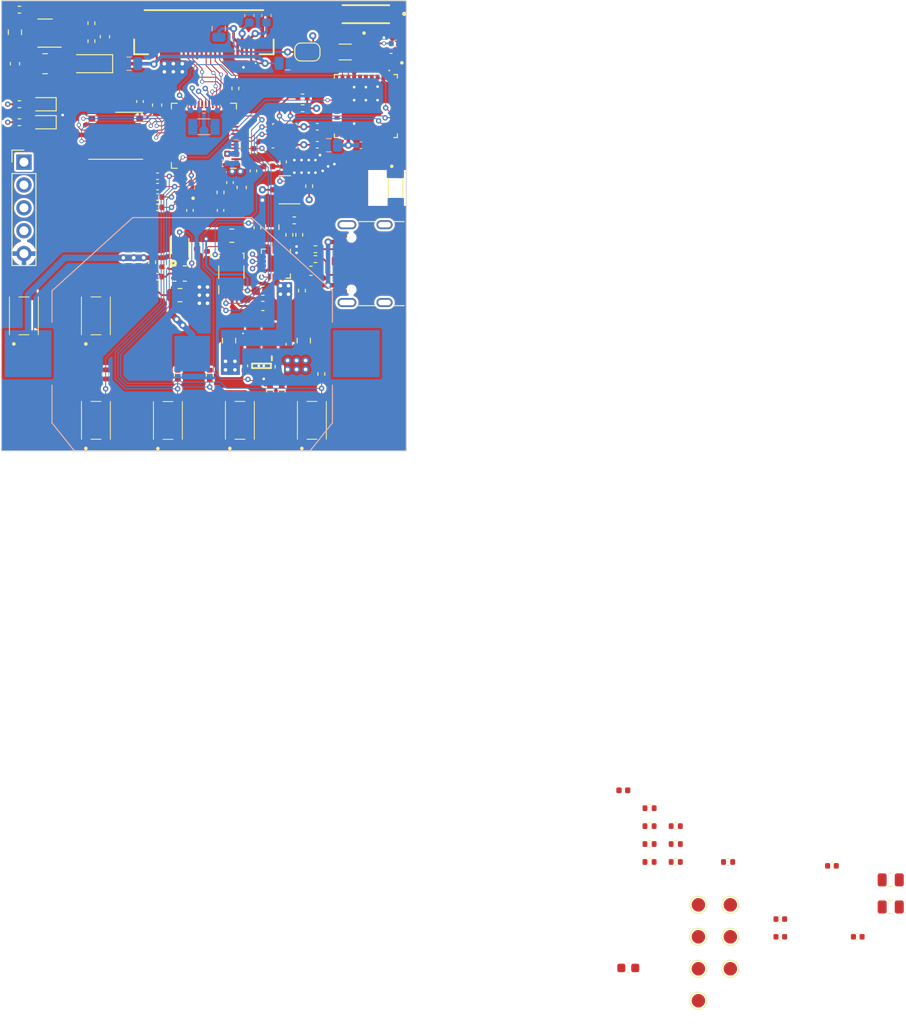
<source format=kicad_pcb>
(kicad_pcb (version 20221018) (generator pcbnew)
  (layers (0 "F.Cu" signal) (1 "In1.Cu" power) (2 "In2.Cu" power) (31 "B.Cu" signal) (34 "B.Paste" user) (35 "F.Paste" user) (36 "B.SilkS" user "B.Silkscreen") (37 "F.SilkS" user "F.Silkscreen") (38 "B.Mask" user) (39 "F.Mask" user) (44 "Edge.Cuts" user))
  (net 0 "")
  (net 1 "GND")
  (net 2 "Net-(ANT1-PadFEED)")
  (net 3 "Net-(ANT2-FEED)")
  (net 5 "Net-(BT1--)")
  (net 6 "Net-(Q1A-S)")
  (net 7 "+3V3")
  (net 8 "/VDD_SPI")
  (net 9 "Net-(U6-VDD)")
  (net 10 "+SYS")
  (net 11 "Net-(C9-Pad1)")
  (net 12 "/OLED_VCC")
  (net 13 "Net-(Q1B-S)")
  (net 14 "Net-(U7-VDD)")
  (net 15 "/USB_VBUS")
  (net 16 "Net-(J2-Pin_3)")
  (net 17 "Net-(J2-Pin_5)")
  (net 18 "BAT")
  (net 19 "/ESP_RESET")
  (net 20 "/ESP_BOOT")
  (net 21 "/USER_BTN1")
  (net 22 "/USER_BTN2")
  (net 23 "/USER_BTN3")
  (net 24 "/USER_BTN4")
  (net 25 "Net-(U1-LNA_IN)")
  (net 26 "Net-(C45-Pad1)")
  (net 27 "Net-(U1-XTAL_N)")
  (net 28 "Net-(U1-XTAL_32K_P)")
  (net 29 "Net-(U1-XTAL_32K_N)")
  (net 30 "Net-(C51-Pad1)")
  (net 31 "Net-(FL1-INPUT)")
  (net 32 "Net-(U11-RFOUT)")
  (net 33 "Net-(D1-A)")
  (net 34 "Net-(D2-K)")
  (net 35 "Net-(D2-A)")
  (net 36 "Net-(D3-K)")
  (net 37 "Net-(D3-A)")
  (net 38 "Net-(FL1-OUTPUT)")
  (net 39 "Net-(J1-CC1)")
  (net 40 "/D+")
  (net 41 "/D-")
  (net 43 "Net-(J1-CC2)")
  (net 46 "Net-(J2-Pin_9)")
  (net 47 "/OLED_CS")
  (net 48 "/OLED_D{slash}C")
  (net 50 "/OLED_SCK")
  (net 51 "/OLED_MOSI")
  (net 53 "/ESP_U0RX")
  (net 54 "/ESP_U0TX")
  (net 55 "Net-(U11-RFIN)")
  (net 56 "Net-(U4-LX1)")
  (net 57 "Net-(U4-LX2)")
  (net 58 "Net-(Q1B-G)")
  (net 59 "Net-(Q1A-D-Pad6)")
  (net 60 "Net-(Q1A-G)")
  (net 61 "/AP_EN")
  (net 62 "Net-(U5-FB)")
  (net 63 "/TPS_MODE")
  (net 64 "Net-(U1-GPIO3)")
  (net 65 "/CHG_PWRGD")
  (net 66 "/CHG_CHG")
  (net 67 "/CHG_EN1")
  (net 68 "/CHG_EN2")
  (net 69 "Net-(U11-VCTL)")
  (net 70 "/SDA")
  (net 71 "/SCL")
  (net 72 "Net-(U7-GPOUT)")
  (net 73 "Net-(U7-BIN)")
  (net 74 "Net-(U8-TS)")
  (net 75 "Net-(U6-BAT)")
  (net 76 "Net-(U1-XTAL_P)")
  (net 77 "Net-(U6-PACK)")
  (net 78 "Net-(U1-U0TXD)")
  (net 79 "Net-(U4-FB)")
  (net 80 "Net-(U8-TMR)")
  (net 81 "Net-(U8-ILIM)")
  (net 82 "Net-(U8-ISET)")
  (net 83 "Net-(U2-RESET_N)")
  (net 84 "Net-(U2-SAFEBOOT_N)")
  (net 85 "/OLED_RST")
  (net 86 "/GNSS_RX")
  (net 87 "/GNSS_TX")
  (net 88 "/GNSS_TP")
  (net 90 "Net-(U1-SPIHD)")
  (net 91 "Net-(U1-SPIWP)")
  (net 92 "Net-(U1-SPICS0)")
  (net 93 "Net-(U1-SPICLK)")
  (net 94 "Net-(U1-SPIQ)")
  (net 95 "Net-(U1-SPID)")
  (net 101 "/GNSS_TXRDY")
  (net 106 "Net-(U2-RTC_O)")
  (net 107 "Net-(U2-RTC_I)")
  (footprint "Resistor_SMD:R_0402_1005Metric" (layer "F.Cu") (at 52.8 62.15 -90)
    (fp_text reference "R34" hide)
    (fp_text value "511k")
  )
  (footprint "Inductor_SMD:L_0402_1005Metric" (layer "F.Cu") (at 51.65 39.9 180)
    (fp_text reference "L1" hide)
    (fp_text value "1.8n")
  )
  (footprint "Resistor_SMD:R_0402_1005Metric" (layer "F.Cu") (at 33.6 63 90)
    (fp_text reference "R10" hide)
    (fp_text value "100k")
  )
  (footprint "Resistor_SMD:R_0805_2012Metric" (layer "F.Cu") (at 41.85 54.2)
    (fp_text reference "R19" hide)
    (fp_text value "10m")
  )
  (footprint "Capacitor_SMD:C_0402_1005Metric" (layer "F.Cu") (at 65.3 27 180)
    (fp_text reference "C52" hide)
    (fp_text value "2p")
  )
  (footprint "WatchParts:OSC_XRCGB40M000F1S1DR0" (layer "F.Cu") (at 44.65 44.44)
    (fp_text reference "Y1" hide)
    (fp_text value "40MHz")
  )
  (footprint "Capacitor_SMD:C_0402_1005Metric" (layer "F.Cu") (at 50 38.4 -90)
    (fp_text reference "C36" hide)
    (fp_text value "0.01u")
  )
  (footprint "Resistor_SMD:R_0402_1005Metric" (layer "F.Cu") (at 38.75 50.55 -90)
    (fp_text reference "R24" hide)
    (fp_text value "100R")
  )
  (footprint "Resistor_SMD:R_0402_1005Metric" (layer "F.Cu") (at 54 47.5 90)
    (fp_text reference "R38" hide)
    (fp_text value "6.2k")
  )
  (footprint "Resistor_SMD:R_0402_1005Metric" (layer "F.Cu") (at 57.55 62.95 90)
    (fp_text reference "R13" hide)
    (fp_text value "100k")
  )
  (footprint "Resistor_SMD:R_0402_1005Metric" (layer "F.Cu") (at 48 31.25 -90)
    (fp_text reference "R39" hide)
    (fp_text value "1M")
  )
  (footprint "Resistor_SMD:R_0402_1005Metric" (layer "F.Cu") (at 39.85 50.55 -90)
    (fp_text reference "R25" hide)
    (fp_text value "22R")
  )
  (footprint "Resistor_SMD:R_0402_1005Metric" (layer "F.Cu") (at 24 33 180)
    (fp_text reference "R29" hide)
    (fp_text value "330R")
  )
  (footprint "WatchParts:PTS815SJM250SMTRLFS" (layer "F.Cu") (at 32.505 68.1 90)
    (fp_text reference "SW3" hide)
    (fp_text value "User 1" hide)
  )
  (footprint "Resistor_SMD:R_0402_1005Metric" (layer "F.Cu") (at 94.025 113.165)
    (fp_text reference "R7" hide)
    (fp_text value "100k")
  )
  (footprint "Resistor_SMD:R_0402_1005Metric" (layer "F.Cu") (at 44.85 49.85 -90)
    (fp_text reference "R22" hide)
    (fp_text value "10k")
  )
  (footprint "TestPoint:TestPoint_Pad_D1.5mm" (layer "F.Cu") (at 103.005 129.005)
    (fp_text reference "TP7" hide)
    (fp_text value "VUSB")
  )
  (footprint "Resistor_SMD:R_0402_1005Metric" (layer "F.Cu") (at 32 24 90)
    (fp_text reference "R31" hide)
    (fp_text value "9.1k")
  )
  (footprint "Package_DFN_QFN:QFN-56-1EP_7x7mm_P0.4mm_EP4x4mm" (layer "F.Cu") (at 44.5 36.5 180)
    (fp_text reference "U1" hide)
    (fp_text value "ESP32-S3R8")
  )
  (footprint "Connector_PinHeader_2.54mm:PinHeader_1x05_P2.54mm_Vertical" (layer "F.Cu") (at 24.5 39.425)
    (fp_text reference "J3" hide)
    (fp_text value "UART0")
  )
  (footprint "Package_TO_SOT_SMD:SOT-23" (layer "F.Cu") (at 53.5 42.5 180)
    (fp_text reference "U10" hide)
    (fp_text value "BD48KxxG")
  )
  (footprint "WatchParts:PTS815SJM250SMTRLFS" (layer "F.Cu") (at 32.5 56.5 90)
    (fp_text reference "SW1" hide)
    (fp_text value "Reset" hide)
  )
  (footprint "Resistor_SMD:R_0402_1005Metric" (layer "F.Cu") (at 56.9 50.2 180)
    (fp_text reference "R2" hide)
    (fp_text value "5.1k")
  )
  (footprint "Jumper:SolderJumper-2_P1.3mm_Open_RoundedPad1.0x1.5mm" (layer "F.Cu") (at 56 27.2)
    (fp_text reference "JP1" hide)
    (fp_text value "VDD_3V3")
  )
  (footprint "Crystal:Crystal_SMD_3215-2Pin_3.2x1.5mm" (layer "F.Cu") (at 60.2 27.2)
    (fp_text reference "Y3" hide)
    (fp_text value "32.768kHz")
  )
  (footprint "TestPoint:TestPoint_Pad_D1.5mm" (layer "F.Cu") (at 103.005 121.905)
    (fp_text reference "TP5" hide)
    (fp_text value "GNSS_RESET")
  )
  (footprint "Capacitor_SMD:C_0402_1005Metric" (layer "F.Cu") (at 57.1 37.5)
    (fp_text reference "C13" hide)
    (fp_text value "0.1u")
  )
  (footprint "Inductor_SMD:L_0402_1005Metric" (layer "F.Cu") (at 91.115 109.185)
    (fp_text reference "L2" hide)
    (fp_text value "DNF")
  )
  (footprint "Capacitor_SMD:C_0402_1005Metric" (layer "F.Cu") (at 53.3 39.4 90)
    (fp_text reference "C43" hide)
    (fp_text value "3.9p")
  )
  (footprint "WatchParts:LGA43R65P9X9_700X700X116" (layer "F.Cu") (at 62.5 33.2 -90)
    (fp_text reference "U2" hide)
    (fp_text value "EVA-M8Q-0")
  )
  (footprint "Capacitor_SMD:C_0402_1005Metric" (layer "F.Cu") (at 39.35 43.3 180)
    (fp_text reference "C40" hide)
    (fp_text value "0.01u")
  )
  (footprint "Capacitor_SMD:C_0402_1005Metric" (layer "F.Cu") (at 54 59.65 90)
    (fp_text reference "C8" hide)
    (fp_text value "0.1u")
  )
  (footprint "WatchParts:SOTFL50P160X60-8N" (layer "F.Cu") (at 50.9 62.05 -90)
    (fp_text reference "U4" hide)
    (fp_text value "TPS631000DRLR" hide)
  )
  (footprint "LED_SMD:LED_0603_1608Metric" (layer "F.Cu") (at 26.6 35 180)
    (fp_text reference "D2" hide)
    (fp_text value "Status 1")
  )
  (footprint "Capacitor_SMD:C_0805_2012Metric" (layer "F.Cu") (at 120.825 122.145)
    (fp_text reference "C30" hide)
    (fp_text value "10u")
  )
  (footprint "Resistor_SMD:R_0402_1005Metric" (layer "F.Cu") (at 50.45 46.7 90)
    (fp_text reference "R21" hide)
    (fp_text value "10k")
  )
  (footprint "Capacitor_SMD:C_0805_2012Metric" (layer "F.Cu") (at 120.825 119.135)
    (fp_text reference "C29" hide)
    (fp_text value "10u")
  )
  (footprint "Resistor_SMD:R_0402_1005Metric" (layer "F.Cu") (at 24 22.5)
    (fp_text reference "R3" hide)
    (fp_text value "100k")
  )
  (footprint "TestPoint:TestPoint_Pad_D1.5mm" (layer "F.Cu") (at 99.455 125.455)
    (fp_text reference "TP2" hide)
    (fp_text value "VBATT")
  )
  (footprint "WatchParts:AMP_NJG1143UA2-TE1" (layer "F.Cu") (at 63.4 25.6)
    (fp_text reference "U11" hide)
    (fp_text value "NJG1143UA2-TE1")
  )
  (footprint "Resistor_SMD:R_0402_1005Metric" (layer "F.Cu") (at 102.755 117.145)
    (fp_text reference "R32" hide)
    (fp_text value "470R")
  )
  (footprint "Resistor_SMD:R_0402_1005Metric" (layer "F.Cu") (at 94.025 115.155)
    (fp_text reference "R8" hide)
    (fp_text value "100k")
  )
  (footprint "Resistor_SMD:R_0402_1005Metric" (layer "F.Cu") (at 56.9 49.1 180)
    (fp_text reference "R1" hide)
    (fp_text value "5.1k")
  )
  (footprint "Diode_SMD:D_SOD-123" (layer "F.Cu") (at 32 28.5 180)
    (fp_text reference "D1" hide)
    (fp_text value "MBR0530")
  )
  (footprint "WatchParts:1575AT43A0040E" (layer "F.Cu") (at 62.5 23)
    (fp_text reference "ANT2" hide)
    (fp_text value "1575AT43A0040E" hide)
  )
  (footprint "Capacitor_SMD:C_0603_1608Metric" (layer "F.Cu") (at 51.05 53.7)
    (fp_text reference "C22" hide)
    (fp_text value "1u")
  )
  (footprint "Package_DFN_QFN:VQFN-16-1EP_3x3mm_P0.5mm_EP1.8x1.8mm" (layer "F.Cu") (at 52.5 50.7 -90)
    (fp_text reference "U8" hide)
    (fp_text value "BQ24075RGTR")
  )
  (footprint "Resistor_SMD:R_0402_1005Metric" (layer "F.Cu") (at 96.935 113.165)
    (fp_text reference "R14" hide)
    (fp_text value "100k")
  )
  (footprint "Resistor_SMD:R_0402_1005Metric" (layer "F.Cu") (at 45.15 63.05 90)
    (fp_text reference "R12" hide)
    (fp_text value "100k")
  )
  (footprint "Resistor_SMD:R_0402_1005Metric" (layer "F.Cu") (at 55.4 53.7 -90)
    (fp_text reference "R37" hide)
    (fp_text value "1.6k")
  )
  (footprint "Resistor_SMD:R_0402_1005Metric" (layer "F.Cu") (at 55.47 33.45 180)
    (fp_text reference "R17" hide)
    (fp_text value "2.2k")
  )
  (footprint "WatchParts:PTS815SJM250SMTRLFS" (layer "F.Cu") (at 24.5 56.5 90)
    (fp_text reference "SW2" hide)
    (fp_text value "Boot" hide)
  )
  (footprint "WatchParts:QFN50P150X150X40-8N" (layer "F.Cu") (at 41.8 51.8)
    (fp_text reference "U6" hide)
    (fp_text value "BQ298012")
  )
  (footprint "Package_SON:Texas_S-PDSO-N12" (layer "F.Cu") (at 47.55 51.65 90)
    (fp_text reference "U7" hide)
    (fp_text value "BQ27441-G1A")
  )
  (footprint "Resistor_SMD:R_0402_1005Metric" (layer "F.Cu") (at 94.025 111.175)
    (fp_text reference "R6" hide)
    (fp_text value "100k")
  )
  (footprint "Inductor_SMD:L_0402_1005Metric" (layer "F.Cu") (at 66 25.3 90)
    (fp_text reference "L3" hide)
    (fp_text value "9.1n")
  )
  (footprint "TestPoint:TestPoint_Pad_D1.5mm" (layer "F.Cu") (at 99.455 132.555)
    (fp_text reference "TP4" hide)
    (fp_text value "VSYS")
  )
  (footprint "Resistor_SMD:R_0402_1005Metric" (layer "F.Cu") (at 96.935 115.155)
    (fp_text reference "R15" hide)
    (fp_text value "100k")
  )
  (footprint "Capacitor_SMD:C_0805_2012Metric" (layer "F.Cu") (at 52.1 46.65 90)
    (fp_text reference "C35" hide)
    (fp_text value "10u")
  )
  (footprint "TestPoint:TestPoint_Pad_D1.5mm" (layer "F.Cu") (at 103.005 125.455)
    (fp_text reference "TP6" hide)
    (fp_text value "GNSS_SB")
  )
  (footprint "WatchParts:ANTENNA_W3008" (layer "F.Cu") (at 65.8 42.3 90)
    (fp_text reference "ANT1" hide)
    (fp_text value "W3008G")
  )
  (footprint "Connector_USB:USB_C_Receptacle_GCT_USB4105-xx-A_16P_TopMnt_Horizontal" (layer "F.Cu") (at 63.5 50.7 90)
    (fp_text reference "J1" hide)
    (fp_text value "USB")
  )
  (footprint "Package_SON:WSON-8-1EP_6x5mm_P1.27mm_EP3.4x4mm" (layer "F.Cu") (at 34.7 36.5)
    (fp_text reference "U9" hide)
    (fp_text value "IS25LP128F-JKLE")
  )
  (footprint "Capacitor_SMD:C_0402_1005Metric" (layer "F.Cu") (at 39.35 52.15 180)
    (fp_text reference "C3" hide)
    (fp_text value "0.1u")
  )
  (footprint "Capacitor_SMD:C_0402_1005Metric" (layer "F.Cu") (at 39.35 42.15 180)
    (fp_text reference "C39" hide)
    (fp_text value "0.01u")
  )
  (footprint "Resistor_SMD:R_0402_1005Metric" (layer "F.Cu") (at 96.935 117.145)
    (fp_text reference "R16" hide)
    (fp_text value "100k")
  )
  (footprint "Package_LGA:Bosch_LGA-8_2.5x2.5mm_P0.65mm_ClockwisePinNumbering" (layer "F.Cu") (at 53.5 36.5 90)
    (fp_text reference "U3" hide)
    (fp_text value "BME280")
  )
  (footprint "Capacitor_SMD:C_0805_2012Metric" (layer "F.Cu") (at 55.6 59.25 90)
    (fp_text reference "C50" hide)
    (fp_text value "47u")
  )
  (footprint "WatchParts:CS050Z24GA0" (layer "F.Cu") (at 44.5 25 180)
    (fp_text reference "J2" hide)
    (fp_text value "OLED" hide)
  )
  (footprint "Resistor_SMD:R_0402_1005Metric" (layer "F.Cu") (at 43.7 48.55 -90)
    (fp_text reference "R30" hide)
    (fp_text value "1k")
  )
  (footprint "Capacitor_SMD:C_0603_1608Metric" (layer "F.Cu") (at 56.4 51.5)
    (fp_text reference "C24" hide)
    (fp_text value "1u")
  )
  (footprint "Capacitor_SMD:C_0603_1608Metric" (layer "F.Cu") (at 39.3 33.1 90)
    (fp_text reference "C17" hide)
    (fp_text value "1u")
  )
  (footprint "Capacitor_SMD:C_0402_1005Metric" (layer "F.Cu") (at 117.165 125.455)
    (fp_text reference "C51" hide)
    (fp_text value "DNF")
  )
  (footprint "WatchParts:FIL_B39162B4327P810" (layer "F.Cu") (at 65.3 28.4 180)
    (fp_text reference "FL1" hide)
    (fp_text value "B39162B4327P810")
  )
  (footprint "Capacitor_SMD:C_0402_1005Metric" (layer "F.Cu") (at 47.4 41.7 -90)
    (fp_text reference "C42" hide)
    (fp_text value "0.01u")
  )
  (footprint "Capacitor_SMD:C_0603_1608Metric" (layer "F.Cu") (at 91.665 128.915)
    (fp_text reference "C20" hide)
    (fp_text value "1u")
  )
  (footprint "WatchParts:PTS815SJM250SMTRLFS" (layer "F.Cu") (at 56.505 68.1 90)
    (fp_text reference "SW6" hide)
    (fp_text value "User 4" hide)
  )
  (footprint "WatchParts:PTS815SJM250SMTRLFS" (layer "F.Cu") (at 40.505 68.115 90)
    (fp_text reference "SW4" hide)
    (fp_text value "User 2" hide)
  )
  (footprint "Capacitor_SMD:C_0402_1005Metric" (layer "F.Cu") (at 39.35 44.45 180)
    (fp_text reference "C41" hide)
    (fp_text value "0.01u")
  )
  (footprint "Capacitor_SMD:C_0402_1005Metric" (layer "F.Cu") (at 108.555 125.455)
    (fp_text reference "C6" hide)
    (fp_text value "0.1u")
  )
  (footprint "Capacitor_SMD:C_0603_1608Metric" (layer "F.Cu") (at 23.5 28.5 90)
    (fp_text reference "C18" hide)
    (fp_text value "1u")
  )
  (footprint "Resistor_SMD:R_0402_1005Metric" (layer "F.Cu") (at 94.025 117.145)
    (fp_text reference "R9" hide)
    (fp_text value "100k")
  )
  (footprint "Resistor_SMD:R_0402_1005Metric" (layer "F.Cu") (at 24 35 180)
    (fp_text reference "R28" hide)
    (fp_text value "330R")
  )
  (footprint "Resistor_SMD:R_0402_1005Metric" (layer "F.Cu") (at 55.47 32.25 180)
    (fp_text reference "R18" hide)
    (fp_text value "2.2k")
  )
  (footprint "Capacitor_SMD:C_0603_1608Metric" (layer "F.Cu") (at 51.05 55.4)
    (fp_text reference "C23" hide)
    (fp_text value "1u")
  )
  (footprint "Resistor_SMD:R_0805_2012Metric" (layer "F.Cu") (at 47.6 47.6 180)
    (fp_text reference "R20" hide)
    (fp_text value "10m")
  )
  (footprint "Resistor_SMD:R_0402_1005Metric" (layer "F.Cu") (at 54.55 45.9)
    (fp_text reference "R23" hide)
    (fp_text value "10k")
  )
  (footprint "WatchParts:MOSFET_DMP2160UFDB-7" (layer "F.Cu") (at 41.8 48.95 90)
    (fp_text reference "Q1" hide)
    (fp_text value "DMN2050LFDB")
  )
  (footprint "Capacitor_SMD:C_0402_1005Metric" (layer "F.Cu") (at 50 40.4 -90)
    (fp_text reference "C44" hide)
    (fp_text value "4.8p")
  )
  (footprint "Resistor_SMD:R_0402_1005Metric" (layer "F.Cu") (at 41.6 63.05 90)
    (fp_text reference "R11" hide)
    (fp_text value "100k")
  )
  (footprint "Resistor_SMD:R_0402_1005Metric" (layer "F.Cu") (at 53.15 64.8 -90)
    (fp_text reference "R35" hide)
    (fp_text value "91k")
  )
  (footprint "WatchParts:PTS815SJM250SMTRLFS" (layer "F.Cu") (at 48.505 68.1 90)
    (fp_text reference "SW5" hide)
    (fp_text value "User 3" hide)
  )
  (footprint "Capacitor_SMD:C_0402_1005Metric" (layer "F.Cu") (at 57.1 35.5)
    (fp_text reference "C12" hide)
    (fp_text value "0.1u")
  )
  (footprint "Capacitor_SMD:C_0402_1005Metric" (layer "F.Cu") (at 49 62.05 -90)
    (fp_text reference "C7" hide)
    (fp_text value "0.1u")
  )
  (footprint "Capacitor_SMD:C_0402_1005Metric" (layer "F.Cu") (at 42.95 44.79 -90)
    (fp_text reference "C46" hide)
    (fp_text value "18p")
  )
  (footprint "Capacitor_SMD:C_0402_1005Metric" (layer "F.Cu") (at 46.35 44.79 -90)
    (fp_text reference "C45" hide)
    (fp_text value "18p")
  )
  (footprint "Resistor_SMD:R_0402_1005Metric" (layer "F.Cu") (at 32 26 90)
    (fp_text reference "R4" hide)
    (fp_text value "100k")
  )
  (footprint "Capacitor_SMD:C_0603_1608Metric" (layer "F.Cu") (at 48.7 42.25 -90)
    (fp_text reference "C19" hide)
    (fp_text value "1u")
  )
  (footprint "Resistor_SMD:R_0402_1005Metric" (layer "F.Cu") (at 55.1 47.5 90)
    (fp_text reference "R36" hide)
    (fp_text value "DNF")
  )
  (footprint "TestPoint:TestPoint_Pad_D1.5mm" (layer "F.Cu") (at 99.455 129.005)
    (fp_text reference "TP3" hide)
    (fp_text value "VMAIN")
  )
  (footprint "LED_SMD:LED_0603_1608Metric" (layer "F.Cu") (at 26.6 33 180)
    (fp_text reference "D3" hide)
    (fp_text value "Status 2")
  )
  (footprint "WatchParts:SRP2512TMA1R0M" (layer "F.Cu") (at 50.9 58.45)
    (fp_text reference "L6" hide)
    (fp_text value "1u" hide)
  )
  (footprint "Package_TO_SOT_SMD:SOT-23-5" (layer "F.Cu") (at 26.85 25.1 180)
    (fp_text reference "U5" hide)
    (fp_text value "AP3012")
  )
  (footprint "Resistor_SMD:R_0402_1005Metric" (layer "F.Cu") (at 51.85 64.8 90)
    (fp_text reference "R5" hide)
    (fp_text value "100k")
  )
  (footprint "Capacitor_SMD:C_0402_1005Metric" (layer "F.Cu") (at 108.555 123.485)
    (fp_text reference "C5" hide)
    (fp_text value "0.1u")
  )
  (footprint "Capacitor_SMD:C_0402_1005Metric" (layer "F.Cu") (at 114.295 117.575)
    (fp_text reference "C37" hide)
    (fp_text value "0.01u")
  )
  (footprint "Capacitor_SMD:C_0805_2012Metric" (layer "F.Cu") (at 47.3 59.25 90)
    (fp_text reference "C49" hide)
    (fp_text value "22u")
  )
  (footprint "Inductor_SMD:L_1008_2520Metric" (layer "F.Cu") (at 26.85 28.5)
    (fp_text reference "L5" hide)
    (fp_text value "10u")
  )
  (footprint "Resistor_SMD:R_0402_1005Metric" (layer "F.Cu") (at 56.2 42.1 90)
    (fp_text reference "R33" hide)
    (fp_text value "10k")
  )
  (footprint "Capacitor_SMD:C_0402_1005Metric" (layer "F.Cu") (at 39.35 41 180)
    (fp_text reference "C38" hide)
    (fp_text value "0.01u")
  )
  (footprint "Capacitor_SMD:C_0805_2012Metric" (layer "F.Cu") (at 23.5 25 90)
    (fp_text reference "C28" hide)
    (fp_text value "10u")
  )
  (footprint "Capacitor_SMD:C_0402_1005Metric" (layer "F.Cu") (at 37.4 32.7 90)
    (fp_text reference "C2" hide)
    (fp_text value "0.1u")
  )
  (footprint "TestPoint:TestPoint_Pad_D1.5mm" (layer "F.Cu") (at 99.455 121.905)
    (fp_text reference "TP1" hide)
    (fp_text value "VOLED")
  )
  (footprint "Capacitor_SMD:C_0603_1608Metric" (layer "F.Cu") (at 33.5 25.5 90)
    (fp_text reference "C21" hide)
    (fp_text value "1u")
  )
  (footprint "Resistor_SMD:R_0402_1005Metric" (layer "F.Cu") (at 46.35 42.79 90)
    (fp_text reference "R27" hide)
    (fp_text value "20nH")
  )
  (footprint "Capacitor_SMD:C_0805_2012Metric" (layer "B.Cu") (at 36.2 28.5 180)
    (fp_text reference "C33" hide)
    (fp_text value "10u")
  )
  (footprint "Capacitor_SMD:C_0402_1005Metric" (layer "B.Cu") (at 48.55 37.5)
    (fp_text reference "C9" hide)
    (fp_text value "0.1u")
  )
  (footprint "Capacitor_SMD:C_0805_2012Metric" (layer "B.Cu") (at 58.4 37.55 180)
    (fp_text reference "C34" hide)
    (fp_text value "10u")
  )
  (footprint "Capacitor_SMD:C_0402_1005Metric" (layer "B.Cu") (at 46 33.2 90)
    (fp_text reference "C47" hide)
    (fp_text value "10p")
  )
  (footprint "Capacitor_SMD:C_0402_1005Metric" (layer "B.Cu") (at 65.8 26.25)
    (fp_text reference "C53" hide)
    (fp_text value "0.001u")
  )
  (footprint "Capacitor_SMD:C_0402_1005Metric" (layer "B.Cu") (at 61.95 37.55)
    (fp_text reference "C14" hide)
    (fp_text value "0.1u")
  )
  (footprint "Capacitor_SMD:C_0402_1005Metric" (layer "B.Cu") (at 43.1 42.3 -90)
    (fp_text reference "C1" hide)
    (fp_text value "0.1u")
  )
  (footprint "Capacitor_SMD:C_0603_1608Metric" (layer "B.Cu") (at 51.45 23.15 90)
    (fp_text reference "C25" hide)
    (fp_text value "1u")
  )
  (footprint "Capacitor_SMD:C_0805_2012Metric" (layer "B.Cu") (at 53.8 28.45)
    (fp_text reference "C32" hide)
    (fp_text value "10u")
  )
  (footprint "WatchParts:BAT_3046" (layer "B.Cu") (at 43.2 60.7)
    (fp_text reference "BT1" hide)
    (fp_text value "RJD3048")
  )
  (footprint "Capacitor_SMD:C_0603_1608Metric" (layer "B.Cu") (at 49.55 23.15 90)
    (fp_text reference "C26" hide)
    (fp_text value "1u")
  )
  (footprint "Capacitor_SMD:C_0805_2012Metric" (layer "B.Cu") (at 46.15 24.6 90)
    (fp_text reference "C31" hide)
    (fp_text value "10u")
  )
  (footprint "Resistor_SMD:R_0402_1005Metric" (layer "B.Cu") (at 44.5 33.6 180)
    (fp_text reference "R26" hide)
    (fp_text value "DNF")
  )
  (footprint "Capacitor_SMD:C_0402_1005Metric" (layer "B.Cu") (at 43 33.2 90)
    (fp_text reference "C48" hide)
    (fp_text value "10p")
  )
  (footprint "Capacitor_SMD:C_0402_1005Metric" (layer "B.Cu") (at 46.6 39.55 180)
    (fp_text reference "C10" hide)
    (fp_text value "0.1u")
  )
  (footprint "Crystal:Crystal_SMD_3215-2Pin_3.2x1.5mm" (layer "B.Cu") (at 44.5 35.5 180)
    (fp_text reference "Y2" hide)
    (fp_text value "32.768kHz")
  )
  (footprint "Inductor_SMD:L_0402_1005Metric" (layer "B.Cu") (at 48.1 39.05 -90)
    (fp_text reference "L4" hide)
    (fp_text value "2.2n")
  )
  (gr_rect (start 22 21.5) (end 67 71.5) (stroke (width 0.1)) (fill none) (layer "Edge.Cuts"))
  (segment (start 47.35 53.625) (end 47.35 54.65) (width 0.2) (layer "F.Cu") (net 1))
  (segment (start 51.15 62.888) (end 51.15 62.05) (width 0.3) (layer "F.Cu") (net 1))
  (segment (start 42.75 54.1875) (end 42.7625 54.2) (width 0.2) (layer "F.Cu") (net 1))
  (segment (start 42.475 52.925) (end 42.75 53.2) (width 0.2) (layer "F.Cu") (net 1))
  (segment (start 42.75 53.2) (end 42.75 54.1875) (width 0.2) (layer "F.Cu") (net 1))
  (segment (start 51.15 62.888) (end 51.15 63.5) (width 0.3) (layer "F.Cu") (net 1))
  (segment (start 42.475 52.3) (end 42.475 52.925) (width 0.2) (layer "F.Cu") (net 1))
  (via (at 56.15 39.2) (size 0.6) (drill 0.3) (layers "F.Cu" "B.Cu") (net 1))
  (via (at 40.1 29.4) (size 0.8) (drill 0.4) (layers "F.Cu" "B.Cu") (net 1))
  (via (at 55.35 39.2) (size 0.6) (drill 0.3) (layers "F.Cu" "B.Cu") (net 1))
  (via (at 50.6 62.05) (size 0.45) (drill 0.3) (layers "F.Cu" "B.Cu") (net 1))
  (via (at 62.5 32.55) (size 0.6) (drill 0.3) (layers "F.Cu" "B.Cu") (net 1))
  (via (at 28.8 34.2) (size 0.6) (drill 0.3) (layers "F.Cu" "B.Cu") (net 1))
  (via (at 44.9 53.3) (size 0.8) (drill 0.4) (layers "F.Cu" "B.Cu") (net 1))
  (via (at 54.55 40.6) (size 0.6) (drill 0.3) (layers "F.Cu" "B.Cu") (net 1))
  (via (at 63.8 31.05) (size 0.6) (drill 0.3) (layers "F.Cu" "B.Cu") (net 1))
  (via (at 54.55 39.2) (size 0.6) (drill 0.3) (layers "F.Cu" "B.Cu") (net 1))
  (via (at 42.1 29.4) (size 0.8) (drill 0.4) (layers "F.Cu" "B.Cu") (net 1))
  (via (at 61.2 35.15) (size 0.6) (drill 0.3) (layers "F.Cu" "B.Cu") (net 1))
  (via (at 42.1 28.5) (size 0.8) (drill 0.4) (layers "F.Cu" "B.Cu") (net 1))
  (via (at 44.9 54.2) (size 0.8) (drill 0.4) (layers "F.Cu" "B.Cu") (net 1))
  (via (at 56.9 39.2) (size 0.6) (drill 0.3) (layers "F.Cu" "B.Cu") (net 1))
  (via (at 59 39.65) (size 0.6) (drill 0.3) (layers "F.Cu" "B.Cu") (net 1))
  (via (at 44 53.3) (size 0.8) (drill 0.4) (layers "F.Cu" "B.Cu") (net 1))
  (via (at 56.15 40.6) (size 0.6) (drill 0.3) (layers "F.Cu" "B.Cu") (net 1))
  (via (at 57.4 38.65) (size 0.6) (drill 0.3) (layers "F.Cu" "B.Cu") (net 1))
  (via (at 44.9 55.1) (size 0.8) (drill 0.4) (layers "F.Cu" "B.Cu") (net 1))
  (via (at 64.5 25.6) (size 0.45) (drill 0.3) (layers "F.Cu" "B.Cu") (net 1))
  (via (at 48.9 28.9) (size 0.6) (drill 0.3) (layers "F.Cu" "B.Cu") (net 1))
  (via (at 44 54.2) (size 0.8) (drill 0.4) (layers "F.Cu" "B.Cu") (net 1))
  (via (at 51.15 63.5) (size 0.45) (drill 0.3) (layers "F.Cu" "B.Cu") (net 1))
  (via (at 56.9 40.6) (size 0.6) (drill 0.3) (layers "F.Cu" "B.Cu") (net 1))
  (via (at 61.2 32.55) (size 0.6) (drill 0.3) (layers "F.Cu" "B.Cu") (net 1))
  (via (at 44 55.1) (size 0.8) (drill 0.4) (layers "F.Cu" "B.Cu") (net 1))
  (via (at 54.8 49.5) (size 0.6) (drill 0.3) (layers "F.Cu" "B.Cu") (net 1))
  (via (at 63.8 32.55) (size 0.6) (drill 0.3) (layers "F.Cu" "B.Cu") (net 1))
  (via (at 57.7 40.4) (size 0.6) (drill 0.3) (layers "F.Cu" "B.Cu") (net 1))
  (via (at 51.15 62.05) (size 0.45) (drill 0.3) (layers "F.Cu" "B.Cu") (net 1))
  (via (at 41.1 28.5) (size 0.8) (drill 0.4) (layers "F.Cu" "B.Cu") (net 1))
  (via (at 61.2 31.1) (size 0.6) (drill 0.3) (layers "F.Cu" "B.Cu") (net 1))
  (via (at 41.1 29.4) (size 0.8) (drill 0.4) (layers "F.Cu" "B.Cu") (net 1))
  (via (at 51 43.65) (size 0.8) (drill 0.4) (layers "F.Cu" "B.Cu") (net 1))
  (via (at 54.8 48.8) (size 0.6) (drill 0.3) (layers "F.Cu" "B.Cu") (net 1))
  (via (at 58.3 39.9) (size 0.6) (drill 0.3) (layers "F.Cu" "B.Cu") (net 1))
  (via (at 62.5 31.1) (size 0.6) (drill 0.3) (layers "F.Cu" "B.Cu") (net 1))
  (via (at 55.35 40.6) (size 0.6) (drill 0.3) (layers "F.Cu" "B.Cu") (net 1))
  (via (at 40.1 28.5) (size 0.8) (drill 0.4) (layers "F.Cu" "B.Cu") (net 1))
  (segment (start 65.325 39.475) (end 65.325 40.7) (width 0.3) (layer "F.Cu") (net 2))
  (segment (start 64.78 38.93) (end 65.325 39.475) (width 0.3) (layer "F.Cu") (net 2))
  (segment (start 58.089239 38.93) (end 64.78 38.93) (width 0.3) (layer "F.Cu") (net 2))
  (segment (start 57.119239 39.9) (end 58.089239 38.93) (width 0.3) (layer "F.Cu") (net 2))
  (segment (start 52.135 39.9) (end 57.119239 39.9) (width 0.3) (layer "F.Cu") (net 2))
  (segment (start 66 24.815) (end 66 23) (width 0.2) (layer "F.Cu") (net 3))
  (segment (start 38.87 52.15) (end 38.87 53.27) (width 0.2) (layer "F.Cu") (net 5))
  (segment (start 41.1 52.325) (end 41.125 52.3) (width 0.2) (layer "F.Cu") (net 5))
  (segment (start 39.8 54.2) (end 40.9375 54.2) (width 0.2) (layer "F.Cu") (net 5))
  (segment (start 38.87 53.27) (end 39.8 54.2) (width 0.2) (layer "F.Cu") (net 5))
  (segment (start 42.15 57.55) (end 40.95 56.35) (width 0.7) (layer "F.Cu") (net 5))
  (segment (start 40.95 54.2125) (end 40.9375 54.2) (width 0.7) (layer "F.Cu") (net 5))
  (segment (start 40.95 56.35) (end 40.95 54.2125) (width 0.7) (layer "F.Cu") (net 5))
  (segment (start 40.9375 54.2) (end 40.9375 53.3125) (width 0.2) (layer "F.Cu") (net 5))
  (segment (start 41.1 53.15) (end 41.1 52.325) (width 0.2) (layer "F.Cu") (net 5))
  (segment (start 40.9375 53.3125) (end 41.1 53.15) (width 0.2) (layer "F.Cu") (net 5))
  (via (at 41.475 56.875) (size 0.8) (drill 0.4) (layers "F.Cu" "B.Cu") (net 5))
  (via (at 42.15 57.55) (size 0.8) (drill 0.4) (layers "F.Cu" "B.Cu") (net 5))
  (segment (start 42.15 57.55) (end 43.2 58.6) (width 0.7) (layer "B.Cu") (net 5))
  (segment (start 43.2 58.6) (end 43.2 60.7) (width 0.7) (layer "B.Cu") (net 5))
  (segment (start 42.15 57.55) (end 41.475 56.875) (width 0.7) (layer "B.Cu") (net 5))
  (segment (start 39.85 50.04) (end 40.26 50.04) (width 0.5) (layer "F.Cu") (net 6))
  (segment (start 38.75 50.04) (end 39.85 50.04) (width 0.5) (layer "F.Cu") (net 6))
  (segment (start 35.65 50.05) (end 37.8 50.05) (width 0.7) (layer "F.Cu") (net 6))
  (segment (start 37.8 50.05) (end 37.81 50.04) (width 0.5) (layer "F.Cu") (net 6))
  (segment (start 40.26 50.04) (end 40.4 49.9) (width 0.5) (layer "F.Cu") (net 6))
  (segment (start 37.81 50.04) (end 38.75 50.04) (width 0.5) (layer "F.Cu") (net 6))
  (segment (start 40.4 49.9) (end 41.15 49.9) (width 0.5) (layer "F.Cu") (net 6))
  (via (at 36.7 50.05) (size 0.8) (drill 0.4) (layers "F.Cu" "B.Cu") (net 6))
  (via (at 37.8 50.05) (size 0.8) (drill 0.4) (layers "F.Cu" "B.Cu") (net 6))
  (via (at 35.55 50.05) (size 0.8) (drill 0.4) (layers "F.Cu" "B.Cu") (net 6))
  (segment (start 24.96 54.14) (end 24.96 60.7) (width 0.7) (layer "B.Cu") (net 6))
  (segment (start 36.7 50.05) (end 37.8 50.05) (width 0.7) (layer "B.Cu") (net 6))
  (segment (start 29.05 50.05) (end 24.96 54.14) (width 0.7) (layer "B.Cu") (net 6))
  (segment (start 35.7 50.05) (end 36.7 50.05) (width 0.7) (layer "B.Cu") (net 6))
  (segment (start 35.65 50.05) (end 29.05 50.05) (width 0.7) (layer "B.Cu") (net 6))
  (segment (start 45.1 32.125) (end 44.9505 31.9755) (width 0.1) (layer "F.Cu") (net 7))
  (segment (start 23.49 35) (end 22.7 35) (width 0.2) (layer "F.Cu") (net 7))
  (segment (start 44.9505 31.9755) (end 44.9505 31.5505) (width 0.1) (layer "F.Cu") (net 7))
  (segment (start 53.625 37.475) (end 54.525 37.475) (width 0.1) (layer "F.Cu") (net 7))
  (segment (start 43.1 39.95) (end 43.1 40.9) (width 0.2) (layer "F.Cu") (net 7))
  (segment (start 55.98 33.45) (end 57.02 33.45) (width 0.2) (layer "F.Cu") (net 7))
  (segment (start 52.475 36.825) (end 52.975 36.825) (width 0.1) (layer "F.Cu") (net 7))
  (segment (start 48.75 25.1505) (end 48.75 27.22) (width 0.3) (layer "F.Cu") (net 7))
  (segment (start 63.884503 26.249503) (end 64.5 26.249503) (width 0.2) (layer "F.Cu") (net 7))
  (segment (start 56.65 27.2) (end 56.65 25.45) (width 0.2) (layer "F.Cu") (net 7))
  (segment (start 59.9 36.405) (end 61.2 36.405) (width 0.4) (layer "F.Cu") (net 7))
  (segment (start 55.5 35.5) (end 56.62 35.5) (width 0.2) (layer "F.Cu") (net 7))
  (segment (start 56.65 25.45) (end 56.6 25.4) (width 0.2) (layer "F.Cu") (net 7))
  (segment (start 57.54 62.45) (end 57.55 62.44) (width 0.1) (layer "F.Cu") (net 7))
  (segment (start 63.675 26.04) (end 63.884503 26.249503) (width 0.2) (layer "F.Cu") (net 7))
  (segment (start 45.1 33.05) (end 45.1 32.125) (width 0.1) (layer "F.Cu") (net 7))
  (segment (start 54.55 35.5) (end 55.5 35.5) (width 0.2) (layer "F.Cu") (net 7))
  (segment (start 52.5625 42.5) (end 51 42.5) (width 0.2) (layer "F.Cu") (net 7))
  (segment (start 56.62 37.5) (end 55.6 37.5) (width 0.2) (layer "F.Cu") (net 7))
  (segment (start 56.2 42.61) (end 56.2 43.6) (width 0.2) (layer "F.Cu") (net 7))
  (segment (start 23.49 33) (end 22.7 33) (width 0.2) (layer "F.Cu") (net 7))
  (segment (start 52.975 36.825) (end 53.625 37.475) (width 0.1) (layer "F.Cu") (net 7))
  (segment (start 44.9505 31.5505) (end 44.65 31.25) (width 0.1) (layer "F.Cu") (net 7))
  (segment (start 54.55 37.5) (end 54.525 37.475) (width 0.2) (layer "F.Cu") (net 7))
  (segment (start 55.6 37.5) (end 54.55 37.5) (width 0.2) (layer "F.Cu") (net 7))
  (segment (start 55.8 62.45) (end 57.54 62.45) (width 0.1) (layer "F.Cu") (net 7))
  (segment (start 54.525 35.525) (end 54.55 35.5) (width 0.2) (layer "F.Cu") (net 7))
  (segment (start 60.55 36.405) (end 60.55 37.55) (width 0.4) (layer "F.Cu") (net 7))
  (segment (start 54.525 36.175) (end 54.525 35.525) (width 0.2) (layer "F.Cu") (net 7))
  (segment (start 55.98 32.25) (end 55.98 33.45) (width 0.2) (layer "F.Cu") (net 7))
  (via (at 56.2 43.6) (size 0.8) (drill 0.4) (layers "F.Cu" "B.Cu") (net 7))
  (via (at 53.8 61.45) (size 0.8) (drill 0.4) (layers "F.Cu" "B.Cu") (net 7))
  (via (at 43.1 40.9) (size 0.6) (drill 0.3) (layers "F.Cu" "B.Cu") (net 7))
  (via (at 22.7 35) (size 0.6) (drill 0.3) (layers "F.Cu" "B.Cu") (net 7))
  (via (at 47.65 40.45) (size 0.8) (drill 0.4) (layers "F.Cu" "B.Cu") (net 7))
  (via (at 55.8 62.45) (size 0.8) (drill 0.4) (layers "F.Cu" "B.Cu") (net 7))
  (via (at 48.55 40.45) (size 0.8) (drill 0.4) (layers "F.Cu" "B.Cu") (net 7))
  (via (at 48.75 25.1505) (size 0.8) (drill 0.4) (layers "F.Cu" "B.Cu") (net 7))
  (via (at 56.6 25.4) (size 0.8) (drill 0.4) (layers "F.Cu" "B.Cu") (net 7))
  (via (at 60.55 37.55) (size 0.8) (drill 0.4) (layers "F.Cu" "B.Cu") (net 7))
  (via (at 55.8 61.45) (size 0.8) (drill 0.4) (layers "F.Cu" "B.Cu") (net 7))
  (via (at 44.65 31.25) (size 0.6) (drill 0.3) (layers "F.Cu" "B.Cu") (net 7))
  (via (at 55.6 37.5) (size 0.8) (drill 0.4) (layers "F.Cu" "B.Cu") (net 7))
  (via (at 51 42.5) (size 0.8) (drill 0.4) (layers "F.Cu" "B.Cu") (net 7))
  (via (at 22.7 33) (size 0.6) (drill 0.3) (layers "F.Cu" "B.Cu") (net 7))
  (via (at 57.02 33.45) (size 0.8) (drill 0.4) (layers "F.Cu" "B.Cu") (net 7))
  (via (at 53.8 62.45) (size 0.8) (drill 0.4) (layers "F.Cu" "B.Cu") (net 7))
  (via (at 64.5 26.249503) (size 0.45) (drill 0.3) (layers "F.Cu" "B.Cu") (net 7))
  (via (at 55.6 35.5) (size 0.8) (drill 0.4) (layers "F.Cu" "B.Cu") (net 7))
  (via (at 54.8 61.45) (size 0.8) (drill 0.4) (layers "F.Cu" "B.Cu") (net 7))
  (via (at 54.8 62.45) (size 0.8) (drill 0.4) (layers "F.Cu" "B.Cu") (net 7))
  (segment (start 48.75 25.1505) (end 48.75 24.725) (width 0.3) (layer "B.Cu") (net 7))
  (segment (start 43.1 40.9) (end 43.1 41.82) (width 0.2) (layer "B.Cu") (net 7))
  (segment (start 65.32 26.25) (end 64.500497 26.25) (width 0.2) (layer "B.Cu") (net 7))
  (segment (start 47.65 40.35) (end 47.65 39.55) (width 0.5) (layer "B.Cu") (net 7))
  (segment (start 48.75 24.725) (end 49.55 23.925) (width 0.3) (layer "B.Cu") (net 7))
  (segment (start 48.085 39.55) (end 48.1 39.535) (width 0.5) (layer "B.Cu") (net 7))
  (segment (start 64.500497 26.25) (end 64.5 26.249503) (width 0.2) (layer "B.Cu") (net 7))
  (segment (start 60.55 37.55) (end 61.47 37.55) (width 0.4) (layer "B.Cu") (net 7))
  (segment (start 60.55 37.55) (end 59.35 37.55) (width 0.4) (layer "B.Cu") (net 7))
  (segment (start 47.65 39.55) (end 48.085 39.55) (width 0.5) (layer "B.Cu") (net 7))
  (segment (start 47.08 39.55) (end 47.65 39.55) (width 0.5) (layer "B.Cu") (net 7))
  (segment (start 37.3625 33.2175) (end 37.4 33.18) (width 0.2) (layer "F.Cu") (net 8))
  (segment (start 37.3625 34.595) (end 37.3625 33.2175) (width 0.2) (layer "F.Cu") (net 8))
  (segment (start 38.8 33.9) (end 41.05 33.9) (width 0.2) (layer "F.Cu") (net 8))
  (segment (start 38.105 34.595) (end 38.8 33.9) (width 0.2) (layer "F.Cu") (net 8))
  (segment (start 37.3625 34.595) (end 38.105 34.595) (width 0.2) (layer "F.Cu") (net 8))
  (segment (start 39.83 51.98) (end 39.83 52.15) (width 0.2) (layer "F.Cu") (net 9))
  (segment (start 41.125 51.8) (end 40.6 51.8) (width 0.2) (layer "F.Cu") (net 9))
  (segment (start 38.75 51.07) (end 39.83 52.15) (width 0.2) (layer "F.Cu") (net 9))
  (segment (start 38.75 51.06) (end 38.75 51.07) (width 0.2) (layer "F.Cu") (net 9))
  (segment (start 40.6 51.8) (end 40.25 52.15) (width 0.2) (layer "F.Cu") (net 9))
  (segment (start 40.25 52.15) (end 39.83 52.15) (width 0.2) (layer "F.Cu") (net 9))
  (segment (start 25.775 26.1125) (end 25.7125 26.05) (width 0.5) (layer "F.Cu") (net 10))
  (segment (start 25.7125 28.4375) (end 25.775 28.5) (width 0.8) (layer "F.Cu") (net 10))
  (segment (start 25.7125 26.05) (end 23.6 26.05) (width 0.5) (layer "F.Cu") (net 10))
  (segment (start 25.775 28.5) (end 25.775 26.1125) (width 0.5) (layer "F.Cu") (net 10))
  (segment (start 23.6 26.05) (end 23.5 25.95) (width 0.5) (layer "F.Cu") (net 10))
  (via (at 53 54.1) (size 0.8) (drill 0.4) (layers "F.Cu" "B.Cu") (net 10))
  (via (at 46.9 62.5) (size 0.8) (drill 0.4) (layers "F.Cu" "B.Cu") (net 10))
  (via (at 53.9 54.1) (size 0.8) (drill 0.4) (layers "F.Cu" "B.Cu") (net 10))
  (via (at 47.95 61.55) (size 0.8) (drill 0.4) (layers "F.Cu" "B.Cu") (net 10))
  (via (at 47.95 62.5) (size 0.8) (drill 0.4) (layers "F.Cu" "B.Cu") (net 10))
  (via (at 53 53.15) (size 0.8) (drill 0.4) (layers "F.Cu" "B.Cu") (net 10))
  (via (at 46.9 61.55) (size 0.8) (drill 0.4) (layers "F.Cu" "B.Cu") (net 10))
  (via (at 53.9 53.15) (size 0.8) (drill 0.4) (layers "F.Cu" "B.Cu") (net 10))
  (via (at 47.1 38.5) (size 0.6) (drill 0.3) (layers "F.Cu" "B.Cu") (net 11))
  (segment (start 48.1 37.53) (end 48.07 37.5) (width 0.5) (layer "B.Cu") (net 11))
  (segment (start 47.1 38.5) (end 48.035 38.5) (width 0.5) (layer "B.Cu") (net 11))
  (segment (start 48.1 38.565) (end 48.1 37.53) (width 0.5) (layer "B.Cu") (net 11))
  (segment (start 48.035 38.5) (end 48.1 38.565) (width 0.5) (layer "B.Cu") (net 11))
  (segment (start 49.75 28.095) (end 49.75 27.22) (width 0.2) (layer "F.Cu") (net 12))
  (segment (start 38.9 28.5) (end 38.95 28.55) (width 0.4) (layer "F.Cu") (net 12))
  (segment (start 39.25 27.22) (end 39.25 28.25) (width 0.2) (layer "F.Cu") (net 12))
  (segment (start 33.65 28.5) (end 33.65 27.65) (width 0.5) (layer "F.Cu") (net 12))
  (segment (start 32.49 26.51) (end 32.725 26.275) (width 0.5) (layer "F.Cu") (net 12))
  (segment (start 33.5 27.5) (end 33.5 26.275) (width 0.5) (layer "F.Cu") (net 12))
  (segment (start 33.65 27.65) (end 33.5 27.5) (width 0.5) (layer "F.Cu") (net 12))
  (segment (start 32.725 26.275) (end 33.5 26.275) (width 0.5) (layer "F.Cu") (net 12))
  (segment (start 32 26.51) (end 32.49 26.51) (width 0.5) (layer "F.Cu") (net 12))
  (segment (start 33.65 28.5) (end 38.9 28.5) (width 0.4) (layer "F.Cu") (net 12))
  (segment (start 39.25 28.25) (end 38.95 28.55) (width 0.2) (layer "F.Cu") (net 12))
  (segment (start 50.105 28.45) (end 49.75 28.095) (width 0.2) (layer "F.Cu") (net 12))
  (segment (start 51.3 28.45) (end 50.105 28.45) (width 0.2) (layer "F.Cu") (net 12))
  (via (at 38.95 28.55) (size 0.8) (drill 0.4) (layers "F.Cu" "B.Cu") (net 12))
  (via (at 51.3 28.45) (size 0.8) (drill 0.4) (layers "F.Cu" "B.Cu") (net 12))
  (segment (start 51.3 28.45) (end 50.55 27.7) (width 0.4) (layer "B.Cu") (net 12))
  (segment (start 50.55 27.7) (end 39.768629 27.7) (width 0.4) (layer "B.Cu") (net 12))
  (segment (start 39.768629 27.7) (end 38.95 28.518629) (width 0.4) (layer "B.Cu") (net 12))
  (segment (start 37.15 28.5) (end 38.9 28.5) (width 0.4) (layer "B.Cu") (net 12))
  (segment (start 38.9 28.5) (end 38.95 28.55) (width 0.4) (layer "B.Cu") (net 12))
  (segment (start 38.95 28.518629) (end 38.95 28.55) (width 0.4) (layer "B.Cu") (net 12))
  (segment (start 51.3 28.45) (end 52.85 28.45) (width 0.2) (layer "B.Cu") (net 12))
  (segment (start 46.6875 47.6) (end 46.6875 48.4375) (width 0.1) (layer "F.Cu") (net 13))
  (segment (start 47.75 48.5) (end 48.15 48.9) (width 0.1) (layer "F.Cu") (net 13))
  (segment (start 46.6875 48.4375) (end 46.75 48.5) (width 0.1) (layer "F.Cu") (net 13))
  (segment (start 48.15 48.9) (end 48.15 49.675) (width 0.1) (layer "F.Cu") (net 13))
  (segment (start 49.35 53.7) (end 50.275 53.7) (width 0.2) (layer "F.Cu") (net 13))
  (segment (start 46.75 48.5) (end 47.75 48.5) (width 0.1) (layer "F.Cu") (net 13))
  (segment (start 49.275 53.625) (end 48.55 53.625) (width 0.2) (layer "F.Cu") (net 13))
  (segment (start 49.35 53.7) (end 49.275 53.625) (width 0.2) (layer "F.Cu") (net 13))
  (via (at 44.75 47.95) (size 0.6) (drill 0.3) (layers "F.Cu" "B.Cu") (net 13))
  (via (at 49.35 53.7) (size 0.6) (drill 0.3) (layers "F.Cu" "B.Cu") (net 13))
  (segment (start 49.35 53.7) (end 49.35 52.4) (width 0.2) (layer "B.Cu") (net 13))
  (segment (start 44.75 50.95) (end 44.75 47.95) (width 0.2) (layer "B.Cu") (net 13))
  (segment (start 45.7 51.9) (end 44.75 50.95) (width 0.2) (layer "B.Cu") (net 13))
  (segment (start 48.85 51.9) (end 45.7 51.9) (width 0.2) (layer "B.Cu") (net 13))
  (segment (start 49.35 52.4) (end 48.85 51.9) (width 0.2) (layer "B.Cu") (net 13))
  (segment (start 50.275 55.4) (end 48.5 55.4) (width 0.2) (layer "F.Cu") (net 14))
  (segment (start 48.15 55.05) (end 48.15 53.625) (width 0.2) (layer "F.Cu") (net 14))
  (segment (start 48.5 55.4) (end 48.15 55.05) (width 0.2) (layer "F.Cu") (net 14))
  (segment (start 58.3 48.3) (end 59.82 48.3) (width 0.5) (layer "F.Cu") (net 15))
  (segment (start 55.625 51.5) (end 55.625 52.125) (width 0.5) (layer "F.Cu") (net 15))
  (segment (start 59.82 53.1) (end 58.3 53.1) (width 0.5) (layer "F.Cu") (net 15))
  (segment (start 56.6 53.1) (end 58.3 53.1) (width 0.5) (layer "F.Cu") (net 15))
  (segment (start 53.9875 51.45) (end 55.575 51.45) (width 0.2) (layer "F.Cu") (net 15))
  (segment (start 55.625 52.125) (end 56.6 53.1) (width 0.5) (layer "F.Cu") (net 15))
  (via (at 58.3 53.1) (size 0.8) (drill 0.4) (layers "F.Cu" "B.Cu") (net 15))
  (via (at 58.3 48.3) (size 0.8) (drill 0.4) (layers "F.Cu" "B.Cu") (net 15))
  (segment (start 58.3 53.1) (end 58.3 48.3) (width 0.5) (layer "B.Cu") (net 15))
  (segment (start 49.25 27.22) (end 49.25 26.1005) (width 0.3) (layer "F.Cu") (net 16))
  (segment (start 49.25 26.1005) (end 50.2 25.1505) (width 0.3) (layer "F.Cu") (net 16))
  (via (at 50.2 25.1505) (size 0.8) (drill 0.4) (layers "F.Cu" "B.Cu") (net 16))
  (segment (start 50.2 25.1505) (end 51.1995 25.1505) (width 0.3) (layer "B.Cu") (net 16))
  (segment (start 51.1995 25.1505) (end 51.45 24.9) (width 0.3) (layer "B.Cu") (net 16))
  (segment (start 51.45 24.9) (end 51.45 23.925) (width 0.3) (layer "B.Cu") (net 16))
  (segment (start 47.8 24.6) (end 47.8 25.660661) (width 0.3) (layer "F.Cu") (net 17))
  (segment (start 48.25 26.110661) (end 48.25 27.22) (width 0.3) (layer "F.Cu") (net 17))
  (segment (start 47.8 25.660661) (end 48.25 26.110661) (width 0.3) (layer "F.Cu") (net 17))
  (segment (start 55.35 27.2) (end 53.8 27.2) (width 0.2) (layer "F.Cu") (net 17))
  (via (at 47.8 24.6) (size 0.8) (drill 0.4) (layers "F.Cu" "B.Cu") (net 17))
  (via (at 53.8 27.2) (size 0.8) (drill 0.4) (layers "F.Cu" "B.Cu") (net 17))
  (segment (start 47.8 24.6) (end 47.8 26.4) (width 0.2) (layer "B.Cu") (net 17))
  (segment (start 46.15 24.9) (end 46.15 25.55) (width 0.3) (layer "B.Cu") (net 17))
  (segment (start 47.8 24.6) (end 46.45 24.6) (width 0.3) (layer "B.Cu") (net 17))
  (segment (start 48.6 27.2) (end 53.8 27.2) (width 0.2) (layer "B.Cu") (net 17))
  (segment (start 46.45 24.6) (end 46.15 24.9) (width 0.3) (layer "B.Cu") (net 17))
  (segment (start 47.8 26.4) (end 48.6 27.2) (width 0.2) (layer "B.Cu") (net 17))
  (segment (start 48.55 48.7) (end 48.55 49.675) (width 0.1) (layer "F.Cu") (net 18))
  (segment (start 48.5125 47.6) (end 48.5125 48.6625) (width 0.1) (layer "F.Cu") (net 18))
  (segment (start 48.5125 48.6625) (end 48.55 48.7) (width 0.1) (layer "F.Cu") (net 18))
  (segment (start 33.575 58.75) (end 33.575 54.25) (width 0.1) (layer "F.Cu") (net 19))
  (segment (start 47.97 37.92) (end 47.95 37.9) (width 0.1) (layer "F.Cu") (net 19))
  (segment (start 50 37.92) (end 50.93 37.92) (width 0.1) (layer "F.Cu") (net 19))
  (segment (start 56.16 41.55) (end 56.2 41.59) (width 0.1) (layer "F.Cu") (net 19))
  (segment (start 50 37.92) (end 47.97 37.92) (width 0.1) (layer "F.Cu") (net 19))
  (segment (start 50.93 37.92) (end 50.95 37.9) (width 0.1) (layer "F.Cu") (net 19))
  (segment (start 54.4375 41.55) (end 56.16 41.55) (width 0.1) (layer "F.Cu") (net 19))
  (segment (start 52.95 41.55) (end 54.4375 41.55) (width 0.1) (layer "F.Cu") (net 19))
  (via (at 50.95 37.9) (size 0.6) (drill 0.3) (layers "F.Cu" "B.Cu") (net 19))
  (via (at 52.95 41.55) (size 0.6) (drill 0.3) (layers "F.Cu" "B.Cu") (net 19))
  (segment (start 50.95 37.9) (end 52.95 39.9) (width 0.1) (layer "B.Cu") (net 19))
  (segment (start 52.95 39.9) (end 52.95 41.55) (width 0.1) (layer "B.Cu") (net 19))
  (segment (start 25.575 58.75) (end 25.575 54.25) (width 0.1) (layer "F.Cu") (net 20))
  (segment (start 33.58 70.35) (end 33.58 65.85) (width 0.1) (layer "F.Cu") (net 21))
  (segment (start 33.6 63.51) (end 33.58 63.53) (width 0.1) (layer "F.Cu") (net 21))
  (segment (start 40.65 41) (end 41.75 41) (width 0.1) (layer "F.Cu") (net 21))
  (segment (start 41.75 41) (end 42.3 40.45) (width 0.1) (layer "F.Cu") (net 21))
  (segment (start 40.65 41) (end 39.83 41) (width 0.1) (layer "F.Cu") (net 21))
  (segment (start 42.3 40.45) (end 42.3 39.95) (width 0.1) (layer "F.Cu") (net 21))
  (segment (start 33.58 63.53) (end 33.58 65.85) (width 0.1) (layer "F.Cu") (net 21))
  (via (at 40.65 41) (size 0.6) (drill 0.3) (layers "F.Cu" "B.Cu") (net 21))
  (via (at 33.58 64.6) (size 0.6) (drill 0.3) (layers "F.Cu" "B.Cu") (net 21))
  (segment (start 39.75 43.25) (end 39.75 55.027208) (width 0.1) (layer "B.Cu") (net 21))
  (segment (start 40.65 41) (end 40.65 42.35) (width 0.1) (layer "B.Cu") (net 21))
  (segment (start 33.58 61.197208) (end 33.58 64.6) (width 0.1) (layer "B.Cu") (net 21))
  (segment (start 40.65 42.35) (end 39.75 43.25) (width 0.1) (layer "B.Cu") (net 21))
  (segment (start 39.75 55.027208) (end 33.58 61.197208) (width 0.1) (layer "B.Cu") (net 21))
  (segment (start 42.7 40.522182) (end 42.25 40.972182) (width 0.1) (layer "F.Cu") (net 22))
  (segment (start 42.7 39.95) (end 42.7 40.522182) (width 0.1) (layer "F.Cu") (net 22))
  (segment (start 41.58 65.865) (end 41.58 64.6) (width 0.1) (layer "F.Cu") (net 22))
  (segment (start 42.25 40.972182) (end 42.25 41.7) (width 0.1) (layer "F.Cu") (net 22))
  (segment (start 41.58 63.58) (end 41.58 64.6) (width 0.1) (layer "F.Cu") (net 22))
  (segment (start 39.83 42.15) (end 41.25 42.15) (width 0.1) (layer "F.Cu") (net 22))
  (segment (start 41.58 70.365) (end 41.58 65.865) (width 0.1) (layer "F.Cu") (net 22))
  (segment (start 41.6 63.56) (end 41.58 63.58) (width 0.1) (layer "F.Cu") (net 22))
  (segment (start 41.8 42.15) (end 41.25 42.15) (width 0.1) (layer "F.Cu") (net 22))
  (segment (start 42.25 41.7) (end 41.8 42.15) (width 0.1) (layer "F.Cu") (net 22))
  (via (at 41.25 42.15) (size 0.6) (drill 0.3) (layers "F.Cu" "B.Cu") (net 22))
  (via (at 41.58 64.6) (size 0.6) (drill 0.3) (layers "F.Cu" "B.Cu") (net 22))
  (segment (start 40.05 55.151472) (end 40.05 43.374264) (width 0.1) (layer "B.Cu") (net 22))
  (segment (start 40.05 43.374264) (end 41.25 42.174264) (width 0.1) (layer "B.Cu") (net 22))
  (segment (start 35.751472 64.6) (end 34.65 63.498528) (width 0.1) (layer "B.Cu") (net 22))
  (segment (start 34.65 63.498528) (end 34.65 60.551472) (width 0.1) (layer "B.Cu") (net 22))
  (segment (start 41.25 42.174264) (end 41.25 42.15) (width 0.1) (layer "B.Cu") (net 22))
  (segment (start 34.65 60.551472) (end 40.05 55.151472) (width 0.1) (layer "B.Cu") (net 22))
  (segment (start 41.58 64.6) (end 35.751472 64.6) (width 0.1) (layer "B.Cu") (net 22))
  (segment (start 45.15 63.56) (end 45.15 64.4) (width 0.1) (layer "F.Cu") (net 23))
  (segment (start 45.45 64.8) (end 49.15 64.8) (width 0.1) (layer "F.Cu") (net 23))
  (segment (start 43.5 40.522182) (end 43.5 39.95) (width 0.1) (layer "F.Cu") (net 23))
  (segment (start 45.15 64.4) (end 45.15 64.5) (width 0.1) (layer "F.Cu") (net 23))
  (segment (start 43.65 40.672182) (end 43.5 40.522182) (width 0.1) (layer "F.Cu") (net 23))
  (segment (start 43.65 41.127818) (end 43.65 40.672182) (width 0.1) (layer "F.Cu") (net 23))
  (segment (start 49.58 65.23) (end 49.58 65.85) (width 0.1) (layer "F.Cu") (net 23))
  (segment (start 41.674264 42.7) (end 42.924264 41.45) (width 0.1) (layer "F.Cu") (net 23))
  (segment (start 49.58 70.35) (end 49.58 65.85) (width 0.1) (layer "F.Cu") (net 23))
  (segment (start 43.327818 41.45) (end 43.65 41.127818) (width 0.1) (layer "F.Cu") (net 23))
  (segment (start 40.9 43.307898) (end 39.837898 43.307898) (width 0.1) (layer "F.Cu") (net 23))
  (segment (start 49.15 64.8) (end 49.58 65.23) (width 0.1) (layer "F.Cu") (net 23))
  (segment (start 39.837898 43.307898) (end 39.83 43.3) (width 0.1) (layer "F.Cu") (net 23))
  (segment (start 41.2 42.7) (end 41.674264 42.7) (width 0.1) (layer "F.Cu") (net 23))
  (segment (start 40.9 43) (end 41.2 42.7) (width 0.1) (layer "F.Cu") (net 23))
  (segment (start 45.15 64.5) (end 45.45 64.8) (width 0.1) (layer "F.Cu") (net 23))
  (segment (start 40.9 43.307898) (end 40.9 43) (width 0.1) (layer "F.Cu") (net 23))
  (segment (start 42.924264 41.45) (end 43.327818 41.45) (width 0.1) (layer "F.Cu") (net 23))
  (via (at 40.9 43.307898) (size 0.6) (drill 0.3) (layers "F.Cu" "B.Cu") (net 23))
  (via (at 45.15 64.4) (size 0.6) (drill 0.3) (layers "F.Cu" "B.Cu") (net 23))
  (segment (start 34.95 63.374264) (end 35.875736 64.3) (width 0.1) (layer "B.Cu") (net 23))
  (segment (start 40.35 55.275736) (end 34.95 60.675736) (width 0.1) (layer "B.Cu") (net 23))
  (segment (start 41.352182 64.05) (end 41.807818 64.05) (width 0.1) (layer "B.Cu") (net 23))
  (segment (start 42.13 64.372182) (end 42.13 64.4) (width 0.1) (layer "B.Cu") (net 23))
  (segment (start 35.875736 64.3) (end 41.102182 64.3) (width 0.1) (layer "B.Cu") (net 23))
  (segment (start 40.35 43.6) (end 40.35 55.275736) (width 0.1) (layer "B.Cu") (net 23))
  (segment (start 42.13 64.4) (end 45.15 64.4) (width 0.1) (layer "B.Cu") (net 23))
  (segment (start 40.642102 43.307898) (end 40.35 43.6) (width 0.1) (layer "B.Cu") (net 23))
  (segment (start 40.9 43.307898) (end 40.642102 43.307898) (width 0.1) (layer "B.Cu") (net 23))
  (segment (start 34.95 60.675736) (end 34.95 63.374264) (width 0.1) (layer "B.Cu") (net 23))
  (segment (start 41.102182 64.3) (end 41.352182 64.05) (width 0.1) (layer "B.Cu") (net 23))
  (segment (start 41.807818 64.05) (end 42.13 64.372182) (width 0.1) (layer "B.Cu") (net 23))
  (segment (start 41.45 43.8995) (end 41.45 43.348528) (width 0.1) (layer "F.Cu") (net 24))
  (segment (start 57.58 64.55) (end 57.58 65.85) (width 0.1) (layer "F.Cu") (net 24))
  (segment (start 43.452082 41.75) (end 43.95 41.252082) (width 0.1) (layer "F.Cu") (net 24))
  (segment (start 43.95 40.547918) (end 43.9 40.497918) (width 0.1) (layer "F.Cu") (net 24))
  (segment (start 57.58 63.49) (end 57.58 64.55) (width 0.1) (layer "F.Cu") (net 24))
  (segment (start 40.8995 44.45) (end 41.45 43.8995) (width 0.1) (layer "F.Cu") (net 24))
  (segment (start 57.55 63.46) (end 57.58 63.49) (width 0.1) (layer "F.Cu") (net 24))
  (segment (start 40.8995 44.45) (end 39.83 44.45) (width 0.1) (layer "F.Cu") (net 24))
  (segment (start 43.95 41.252082) (end 43.95 40.547918) (width 0.1) (layer "F.Cu") (net 24))
  (segment (start 43.9 40.497918) (end 43.9 39.95) (width 0.1) (layer "F.Cu") (net 24))
  (segment (start 43.048528 41.75) (end 43.452082 41.75) (width 0.1) (layer "F.Cu") (net 24))
  (segment (start 57.58 70.35) (end 57.58 65.85) (width 0.1) (layer "F.Cu") (net 24))
  (segment (start 41.45 43.348528) (end 43.048528 41.75) (width 0.1) (layer "F.Cu") (net 24))
  (via (at 57.58 64.55) (size 0.6) (drill 0.3) (layers "F.Cu" "B.Cu") (net 24))
  (via (at 40.8995 44.45) (size 0.6) (drill 0.3) (layers "F.Cu" "B.Cu") (net 24))
  (segment (start 46.325736 63.85) (end 47.025736 64.55) (width 0.1) (layer "B.Cu") (net 24))
  (segment (start 41.932082 63.75) (end 42.032082 63.85) (width 0.1) (layer "B.Cu") (net 24))
  (segment (start 35.25 63.25) (end 36 64) (width 0.1) (layer "B.Cu") (net 24))
  (segment (start 41.227918 63.75) (end 41.932082 63.75) (width 0.1) (layer "B.Cu") (net 24))
  (segment (start 36 64) (end 40.977918 64) (width 0.1) (layer "B.Cu") (net 24))
  (segment (start 40.8995 44.45) (end 40.85 44.45) (width 0.1) (layer "B.Cu") (net 24))
  (segment (start 35.25 60.8) (end 35.25 63.25) (width 0.1) (layer "B.Cu") (net 24))
  (segment (start 40.65 55.4) (end 35.25 60.8) (width 0.1) (layer "B.Cu") (net 24))
  (segment (start 40.977918 64) (end 41.227918 63.75) (width 0.1) (layer "B.Cu") (net 24))
  (segment (start 47.025736 64.55) (end 57.58 64.55) (width 0.1) (layer "B.Cu") (net 24))
  (segment (start 42.032082 63.85) (end 46.325736 63.85) (width 0.1) (layer "B.Cu") (net 24))
  (segment (start 40.65 44.65) (end 40.65 55.4) (width 0.1) (layer "B.Cu") (net 24))
  (segment (start 40.85 44.45) (end 40.65 44.65) (width 0.1) (layer "B.Cu") (net 24))
  (segment (start 48.95 39.25) (end 49.62 39.92) (width 0.3) (layer "F.Cu") (net 25))
  (segment (start 49.62 39.92) (end 50 39.92) (width 0.3) (layer "F.Cu") (net 25))
  (segment (start 48.95 39.25) (end 48.8 39.1) (width 0.2) (layer "F.Cu") (net 25))
  (segment (start 48.8 39.1) (end 47.95 39.1) (width 0.2) (layer "F.Cu") (net 25))
  (segment (start 51.145 39.92) (end 51.165 39.9) (width 0.3) (layer "F.Cu") (net 25))
  (segment (start 50 39.92) (end 51.145 39.92) (width 0.3) (layer "F.Cu") (net 25))
  (segment (start 46.35 44.31) (end 46.35 43.3) (width 0.1) (layer "F.Cu") (net 26))
  (segment (start 45.15 45.115) (end 45.15 44.69) (width 0.1) (layer "F.Cu") (net 26))
  (segment (start 45.15 44.69) (end 45.35 44.49) (width 0.1) (layer "F.Cu") (net 26))
  (segment (start 45.98 44.31) (end 46.35 44.31) (width 0.1) (layer "F.Cu") (net 26))
  (segment (start 45.35 44.49) (end 45.8 44.49) (width 0.1) (layer "F.Cu") (net 26))
  (segment (start 45.8 44.49) (end 45.98 44.31) (width 0.1) (layer "F.Cu") (net 26))
  (segment (start 45.9 41.54) (end 45.65 41.79) (width 0.1) (layer "F.Cu") (net 27))
  (segment (start 45.65 42.59) (end 45.3 42.94) (width 0.1) (layer "F.Cu") (net 27))
  (segment (start 45.3 42.94) (end 44.3 42.94) (width 0.1) (layer "F.Cu") (net 27))
  (segment (start 42.95 43.94) (end 43.125 43.765) (width 0.1) (layer "F.Cu") (net 27))
  (segment (start 44.3 42.94) (end 44.15 43.09) (width 0.1) (layer "F.Cu") (net 27))
  (segment (start 43.125 43.765) (end 44.15 43.765) (width 0.1) (layer "F.Cu") (net 27))
  (segment (start 44.15 43.09) (end 44.15 43.765) (width 0.1) (layer "F.Cu") (net 27))
  (segment (start 42.95 44.31) (end 42.95 43.94) (width 0.1) (layer "F.Cu") (net 27))
  (segment (start 45.65 41.79) (end 45.65 42.59) (width 0.1) (layer "F.Cu") (net 27))
  (segment (start 45.9 39.95) (end 45.9 41.54) (width 0.1) (layer "F.Cu") (net 27))
  (segment (start 44.7 32.347468) (end 44.7 33.05) (width 0.1) (layer "F.Cu") (net 28))
  (segment (start 43.913417 31.560885) (end 44.7 32.347468) (width 0.1) (layer "F.Cu") (net 28))
  (via (at 43.913417 31.560885) (size 0.6) (drill 0.3) (layers "F.Cu" "B.Cu") (net 28))
  (segment (start 43.913417 31.560885) (end 45.01 32.657468) (width 0.1) (layer "B.Cu") (net 28))
  (segment (start 45.09 33.68) (end 45.01 33.6) (width 0.1) (layer "B.Cu") (net 28))
  (segment (start 45.01 32.657468) (end 45.01 33.6) (width 0.1) (layer "B.Cu") (net 28))
  (segment (start 45 35.3) (end 45 33.61) (width 0.1) (layer "B.Cu") (net 28))
  (segment (start 45.75 35.5) (end 45.2 35.5) (width 0.1) (layer "B.Cu") (net 28))
  (segment (start 45 33.61) (end 45.01 33.6) (width 0.1) (layer "B.Cu") (net 28))
  (segment (start 45.2 35.5) (end 45 35.3) (width 0.1) (layer "B.Cu") (net 28))
  (segment (start 46 33.68) (end 45.09 33.68) (width 0.1) (layer "B.Cu") (net 28))
  (segment (start 43.2 31.625286) (end 43.974714 32.4) (width 0.1) (layer "F.Cu") (net 29))
  (segment (start 43.974714 32.4) (end 44.096061 32.4) (width 0.1) (layer "F.Cu") (net 29))
  (segment (start 43.2 31.2) (end 43.2 31.625286) (width 0.1) (layer "F.Cu") (net 29))
  (segment (start 44.096061 32.4) (end 44.3 32.603939) (width 0.1) (layer "F.Cu") (net 29))
  (segment (start 44.3 32.603939) (end 44.3 33.05) (width 0.1) (layer "F.Cu") (net 29))
  (via (at 43.2 31.2) (size 0.6) (drill 0.3) (layers "F.Cu" "B.Cu") (net 29))
  (segment (start 43.99 33.6) (end 43.91 33.68) (width 0.1) (layer "B.Cu") (net 29))
  (segment (start 43.99 35.31) (end 43.8 35.5) (width 0.1) (layer "B.Cu") (net 29))
  (segment (start 43.99 33.6) (end 43.99 35.31) (width 0.1) (layer "B.Cu") (net 29))
  (segment (start 43.2 31.2) (end 43.2 31.660801) (width 0.1) (layer "B.Cu") (net 29))
  (segment (start 43.91 33.68) (end 43 33.68) (width 0.1) (layer "B.Cu") (net 29))
  (segment (start 43.8 35.5) (end 43.25 35.5) (width 0.1) (layer "B.Cu") (net 29))
  (segment (start 43.99 32.450801) (end 43.99 33.6) (width 0.1) (layer "B.Cu") (net 29))
  (segment (start 43.2 31.660801) (end 43.99 32.450801) (width 0.1) (layer "B.Cu") (net 29))
  (segment (start 65.8 28.4) (end 65.8 27.02) (width 0.3) (layer "F.Cu") (net 31))
  (segment (start 65.8 27.02) (end 65.78 27) (width 0.3) (layer "F.Cu") (net 31))
  (segment (start 63.125 26.725) (end 63.125 26.05) (width 0.3) (layer "F.Cu") (net 32))
  (segment (start 64.82 27) (end 63.4 27) (width 0.3) (layer "F.Cu") (net 32))
  (segment (start 63.4 27) (end 63.125 26.725) (width 0.3) (layer "F.Cu") (net 32))
  (segment (start 27.925 28.5) (end 30.35 28.5) (width 0.5) (layer "F.Cu") (net 33))
  (segment (start 27.9875 28.4375) (end 27.925 28.5) (width 0.8) (layer "F.Cu") (net 33))
  (segment (start 27.925 28.5) (end 27.925 26.1125) (width 0.5) (layer "F.Cu") (net 33))
  (segment (start 27.925 26.1125) (end 27.9875 26.05) (width 0.5) (layer "F.Cu") (net 33))
  (segment (start 40.1 37.6) (end 40.1 37.965685) (width 0.2) (layer "F.Cu") (net 34))
  (segment (start 40.1 37.965685) (end 37.965685 40.1) (width 0.2) (layer "F.Cu") (net 34))
  (segment (start 29.1 38.265685) (end 29.1 35.5) (width 0.2) (layer "F.Cu") (net 34))
  (segment (start 40.372792 37.1) (end 41.05 37.1) (width 0.1) (layer "F.Cu") (net 34))
  (segment (start 30.934314 40.1) (end 29.1 38.265685) (width 0.2) (layer "F.Cu") (net 34))
  (segment (start 29.1 35.5) (end 28.6 35) (width 0.2) (layer "F.Cu") (net 34))
  (segment (start 40.1 37.372792) (end 40.372792 37.1) (width 0.1) (layer "F.Cu") (net 34))
  (segment (start 37.965685 40.1) (end 30.934314 40.1) (width 0.2) (layer "F.Cu") (net 34))
  (segment (start 40.1 37.6) (end 40.1 37.372792) (width 0.1) (layer "F.Cu") (net 34))
  (segment (start 28.6 35) (end 27.3875 35) (width 0.2) (layer "F.Cu") (net 34))
  (segment (start 25.8125 35) (end 24.51 35) (width 0.2) (layer "F.Cu") (net 35))
  (segment (start 40.348528 36.7) (end 41.05 36.7) (width 0.1) (layer "F.Cu") (net 36))
  (segment (start 39.7 37.8) (end 37.8 39.7) (width 0.2) (layer "F.Cu") (net 36))
  (segment (start 37.8 39.7) (end 31.1 39.7) (width 0.2) (layer "F.Cu") (net 36))
  (segment (start 31.1 39.7) (end 29.5 38.1) (width 0.2) (layer "F.Cu") (net 36))
  (segment (start 29.5 33.5) (end 29 33) (width 0.2) (layer "F.Cu") (net 36))
  (segment (start 39.7 37.6) (end 39.7 37.348528) (width 0.1) (layer "F.Cu") (net 36))
  (segment (start 39.7 37.6) (end 39.7 37.8) (width 0.2) (layer "F.Cu") (net 36))
  (segment (start 39.7 37.348528) (end 40.348528 36.7) (width 0.1) (layer "F.Cu") (net 36))
  (segment (start 29 33) (end 27.3875 33) (width 0.2) (layer "F.Cu") (net 36))
  (segment (start 29.5 38.1) (end 29.5 33.5) (width 0.2) (layer "F.Cu") (net 36))
  (segment (start 25.8125 33) (end 24.51 33) (width 0.2) (layer "F.Cu") (net 37))
  (segment (start 65.1 29.995) (end 65.1 29.5) (width 0.3) (layer "F.Cu") (net 38))
  (segment (start 65.1 29.5) (end 64.8 29.2) (width 0.3) (layer "F.Cu") (net 38))
  (segment (start 64.8 29.2) (end 64.8 28.6875) (width 0.3) (layer "F.Cu") (net 38))
  (segment (start 58.35 51.95) (end 58.1 51.7) (width 0.2) (layer "F.Cu") (net 39))
  (segment (start 58.1 50.495) (end 57.805 50.2) (width 0.2) (layer "F.Cu") (net 39))
  (segment (start 59.82 51.95) (end 58.35 51.95) (width 0.2) (layer "F.Cu") (net 39))
  (segment (start 57.805 50.2) (end 57.41 50.2) (width 0.2) (layer "F.Cu") (net 39))
  (segment (start 58.1 51.7) (end 58.1 50.495) (width 0.2) (layer "F.Cu") (net 39))
  (segment (start 58.95 49.95) (end 59.82 49.95) (width 0.2) (layer "F.Cu") (net 40))
  (segment (start 58.995 50.95) (end 58.8 50.755) (width 0.2) (layer "F.Cu") (net 40))
  (segment (start 59.82 50.95) (end 58.995 50.95) (width 0.2) (layer "F.Cu") (net 40))
  (segment (start 58.8 50.755) (end 58.8 50.1) (width 0.2) (layer "F.Cu") (net 40))
  (segment (start 58.8 50.1) (end 58.95 49.95) (width 0.2) (layer "F.Cu") (net 40))
  (segment (start 59.82 50.45) (end 60.8 50.45) (width 0.2) (layer "F.Cu") (net 41))
  (segment (start 60.75 51.45) (end 59.82 51.45) (width 0.2) (layer "F.Cu") (net 41))
  (segment (start 60.9 50.55) (end 60.9 51.3) (width 0.2) (layer "F.Cu") (net 41))
  (segment (start 60.8 50.45) (end 60.9 50.55) (width 0.2) (layer "F.Cu") (net 41))
  (segment (start 60.9 51.3) (end 60.75 51.45) (width 0.2) (layer "F.Cu") (net 41))
  (segment (start 59.045 48.95) (end 59.82 48.95) (width 0.2) (layer "F.Cu") (net 43))
  (segment (start 58.895 49.1) (end 59.045 48.95) (width 0.2) (layer "F.Cu") (net 43))
  (segment (start 57.41 49.1) (end 58.895 49.1) (width 0.2) (layer "F.Cu") (net 43))
  (segment (start 48 29.85) (end 46.25 28.1) (width 0.1) (layer "F.Cu") (net 46))
  (segment (start 46.25 28.1) (end 46.25 27.22) (width 0.1) (layer "F.Cu") (net 46))
  (segment (start 48 30.74) (end 48 29.85) (width 0.1) (layer "F.Cu") (net 46))
  (segment (start 47.1 29.55) (end 47.1 33.05) (width 0.1) (layer "F.Cu") (net 47))
  (segment (start 45.75 28.2) (end 47.1 29.55) (width 0.1) (layer "F.Cu") (net 47))
  (segment (start 45.75 27.22) (end 45.75 28.2) (width 0.1) (layer "F.Cu") (net 47))
  (segment (start 45.554455 29.5255) (end 44.75 28.721045) (width 0.1) (layer "F.Cu") (net 48))
  (segment (start 44.75 28.721045) (end 44.75 27.22) (width 0.1) (layer "F.Cu") (net 48))
  (segment (start 45.9 31.09531) (end 45.9 33.05) (width 0.1) (layer "F.Cu") (net 48))
  (segment (start 45.802345 30.997655) (end 45.9 31.09531) (width 0.1) (layer "F.Cu") (net 48))
  (via (at 45.802345 30.997655) (size 0.45) (drill 0.3) (layers "F.Cu" "B.Cu") (net 48))
  (via (at 45.554455 29.5255) (size 0.45) (drill 0.3) (layers "F.Cu" "B.Cu") (net 48))
  (segment (start 45.802345 29.77339) (end 45.554455 29.5255) (width 0.1) (layer "B.Cu") (net 48))
  (segment (start 45.802345 30.997655) (end 45.802345 29.77339) (width 0.1) (layer "B.Cu") (net 48))
  (segment (start 45.975736 30.5) (end 46.3 30.824264) (width 0.1) (layer "F.Cu") (net 50))
  (segment (start 44.3 30.5) (end 45.975736 30.5) (width 0.1) (layer "F.Cu") (net 50))
  (segment (start 44.3 29.4255) (end 44.3 29.05) (width 0.1) (layer "F.Cu") (net 50))
  (segment (start 43.25 28) (end 43.25 27.22) (width 0.1) (layer "F.Cu") (net 50))
  (segment (start 44.3 29.05) (end 43.25 28) (width 0.1) (layer "F.Cu") (net 50))
  (segment (start 46.3 30.824264) (end 46.3 33.05) (width 0.1) (layer "F.Cu") (net 50))
  (via (at 44.3 29.4255) (size 0.45) (drill 0.3) (layers "F.Cu" "B.Cu") (net 50))
  (via (at 44.3 30.5) (size 0.45) (drill 0.3) (layers "F.Cu" "B.Cu") (net 50))
  (segment (start 44.3 29.4255) (end 44.3 30.5) (width 0.1) (layer "B.Cu") (net 50))
  (segment (start 46.7 30.8) (end 46.7 33.05) (width 0.1) (layer "F.Cu") (net 51))
  (segment (start 43.75 28.924264) (end 43.75 29.8) (width 0.1) (layer "F.Cu") (net 51))
  (segment (start 42.75 27.924264) (end 43.75 28.924264) (width 0.1) (layer "F.Cu") (net 51))
  (segment (start 45.9 30) (end 46.7 30.8) (width 0.1) (layer "F.Cu") (net 51))
  (segment (start 43.95 30) (end 45.9 30) (width 0.1) (layer "F.Cu") (net 51))
  (segment (start 43.75 29.8) (end 43.95 30) (width 0.1) (layer "F.Cu") (net 51))
  (segment (start 42.75 27.22) (end 42.75 27.924264) (width 0.1) (layer "F.Cu") (net 51))
  (segment (start 65.385 25.785) (end 66 25.785) (width 0.3) (layer "F.Cu") (net 55))
  (segment (start 64.3 25.16) (end 63.675 25.16) (width 0.2) (layer "F.Cu") (net 55))
  (segment (start 64.3 25.16) (end 64.76 25.16) (width 0.3) (layer "F.Cu") (net 55))
  (segment (start 64.76 25.16) (end 65.385 25.785) (width 0.3) (layer "F.Cu") (net 55))
  (segment (start 43 51.3) (end 42.475 51.3) (width 0.1) (layer "F.Cu") (net 58))
  (segment (start 41.8 48.05) (end 41.8 47.2) (width 0.1) (layer "F.Cu") (net 58))
  (segment (start 43.1505 50.65) (end 43.1505 51.1495) (width 0.1) (layer "F.Cu") (net 58))
  (segment (start 43.1505 51.1495) (end 43 51.3) (width 0.1) (layer "F.Cu") (net 58))
  (via (at 41.8 47.2) (size 0.6) (drill 0.3) (layers "F.Cu" "B.Cu") (net 58))
  (via (at 43.1505 50.65) (size 0.6) (drill 0.3) (layers "F.Cu" "B.Cu") (net 58))
  (segment (start 42.65 47.2) (end 41.8 47.2) (width 0.1) (layer "B.Cu") (net 58))
  (segment (start 43.1505 47.7005) (end 42.65 47.2) (width 0.1) (layer "B.Cu") (net 58))
  (segment (start 43.1505 50.65) (end 43.1505 47.7005) (width 0.1) (layer "B.Cu") (net 58))
  (segment (start 41.8 51.15) (end 41.8 49.85) (width 0.1) (layer "F.Cu") (net 60))
  (segment (start 28.01 24.1275) (end 27.9875 24.15) (width 0.2) (layer "F.Cu") (net 62))
  (segment (start 32 24.5) (end 31.65 24.15) (width 0.2) (layer "F.Cu") (net 62))
  (segment (start 32 25.49) (end 32 24.5) (width 0.2) (layer "F.Cu") (net 62))
  (segment (start 31.65 24.15) (end 27.9875 24.15) (width 0.2) (layer "F.Cu") (net 62))
  (segment (start 51.268248 64.29) (end 50.65 63.671752) (width 0.1) (layer "F.Cu") (net 63))
  (segment (start 50.95 34.725497) (end 50.524503 34.3) (width 0.1) (layer "F.Cu") (net 63))
  (segment (start 50.524503 34.3) (end 47.95 34.3) (width 0.1) (layer "F.Cu") (net 63))
  (segment (start 50.65 63.671752) (end 50.65 62.888) (width 0.1) (layer "F.Cu") (net 63))
  (segment (start 51.85 64.29) (end 51.268248 64.29) (width 0.1) (layer "F.Cu") (net 63))
  (segment (start 50.65 63.671752) (end 49.521752 63.671752) (width 0.1) (layer "F.Cu") (net 63))
  (segment (start 49.521752 63.671752) (end 49.4 63.55) (width 0.1) (layer "F.Cu") (net 63))
  (via (at 50.95 34.725497) (size 0.6) (drill 0.3) (layers "F.Cu" "B.Cu") (net 63))
  (via (at 49.4 63.55) (size 0.6) (drill 0.3) (layers "F.Cu" "B.Cu") (net 63))
  (segment (start 46.022182 45.9) (end 44.2 47.722182) (width 0.1) (layer "B.Cu") (net 63))
  (segment (start 50.35 44.977818) (end 49.677818 45.65) (width 0.1) (layer "B.Cu") (net 63))
  (segment (start 44.4 51.1) (end 45.55 52.25) (width 0.1) (layer "B.Cu") (net 63))
  (segment (start 46.45 63.55) (end 49.4 63.55) (width 0.1) (layer "B.Cu") (net 63))
  (segment (start 48.972182 45.9) (end 46.022182 45.9) (width 0.1) (layer "B.Cu") (net 63))
  (segment (start 44.4 48.377818) (end 44.4 51.1) (width 0.1) (layer "B.Cu") (net 63))
  (segment (start 51.35 40.148528) (end 51.35 40.9) (width 0.1) (layer "B.Cu") (net 63))
  (segment (start 49.222182 45.65) (end 48.972182 45.9) (width 0.1) (layer "B.Cu") (net 63))
  (segment (start 45.55 52.25) (end 45.55 62.65) (width 0.1) (layer "B.Cu") (net 63))
  (segment (start 44.2 48.177818) (end 44.4 48.377818) (width 0.1) (layer "B.Cu") (net 63))
  (segment (start 49.677818 45.65) (end 49.222182 45.65) (width 0.1) (layer "B.Cu") (net 63))
  (segment (start 44.2 47.722182) (end 44.2 48.177818) (width 0.1) (layer "B.Cu") (net 63))
  (segment (start 49.8 38.598528) (end 51.35 40.148528) (width 0.1) (layer "B.Cu") (net 63))
  (segment (start 50.35 41.9) (end 50.35 44.977818) (width 0.1) (layer "B.Cu") (net 63))
  (segment (start 49.8 35.875497) (end 49.8 38.598528) (width 0.1) (layer "B.Cu") (net 63))
  (segment (start 51.35 40.9) (end 50.35 41.9) (width 0.1) (layer "B.Cu") (net 63))
  (segment (start 50.95 34.725497) (end 49.8 35.875497) (width 0.1) (layer "B.Cu") (net 63))
  (segment (start 45.55 62.65) (end 46.45 63.55) (width 0.1) (layer "B.Cu") (net 63))
  (segment (start 50.25 50.95) (end 51.0125 50.95) (width 0.1) (layer "F.Cu") (net 65))
  (segment (start 49.9 51.25) (end 50.25 50.95) (width 0.1) (layer "F.Cu") (net 65))
  (via (at 49.9 51.25) (size 0.6) (drill 0.3) (layers "F.Cu" "B.Cu") (net 65))
  (segment (start 50.9125 52.1875) (end 51.75 52.1875) (width 0.1) (layer "F.Cu") (net 66))
  (via (at 50.9125 52.1875) (size 0.6) (drill 0.3) (layers "F.Cu" "B.Cu") (net 66))
  (segment (start 51.0125 50.45) (end 49.9 50.45) (width 0.1) (layer "F.Cu") (net 67))
  (via (at 49.9 50.45) (size 0.6) (drill 0.3) (layers "F.Cu" "B.Cu") (net 67))
  (segment (start 51.0125 49.95) (end 50.4 49.95) (width 0.1) (layer "F.Cu") (net 68))
  (segment (start 50.199503 49.95) (end 49.9 49.650497) (width 0.1) (layer "F.Cu") (net 68))
  (segment (start 50.4 49.95) (end 50.199503 49.95) (width 0.1) (layer "F.Cu") (net 68))
  (via (at 49.9 49.650497) (size 0.6) (drill 0.3) (layers "F.Cu" "B.Cu") (net 68))
  (segment (start 51.556797 36.343203) (end 50.656797 36.343203) (width 0.1) (layer "F.Cu") (net 70))
  (segment (start 50.656797 36.343203) (end 49.9 37.1) (width 0.1) (layer "F.Cu") (net 70))
  (segment (start 54.1 34.3) (end 54.1 34.7) (width 0.1) (layer "F.Cu") (net 70))
  (segment (start 53.5 35.8) (end 53.125 36.175) (width 0.1) (layer "F.Cu") (net 70))
  (segment (start 46.55 53.625) (end 46.55 53.95) (width 0.1) (layer "F.Cu") (net 70))
  (segment (start 54.1 34.7) (end 53.5 35.3) (width 0.1) (layer "F.Cu") (net 70))
  (segment (start 49.9 37.1) (end 47.95 37.1) (width 0.1) (layer "F.Cu") (net 70))
  (segment (start 46.4 55.349503) (end 46.4 54.872182) (width 0.1) (layer "F.Cu") (net 70))
  (segment (start 54.35 33.45) (end 54.1 33.7) (width 0.2) (layer "F.Cu") (net 70))
  (segment (start 64.642284 34.509725) (end 64.652009 34.5) (width 0.1) (layer "F.Cu") (net 70))
  (segment (start 51.725 36.175) (end 51.556797 36.343203) (width 0.1) (layer "F.Cu") (net 70))
  (segment (start 46.95 55.899503) (end 46.4 55.349503) (width 0.1) (layer "F.Cu") (net 70))
  (segment (start 46.4 54.872182) (end 46.55 54.722182) (width 0.1) (layer "F.Cu") (net 70))
  (segment (start 53.5 35.3) (end 53.5 35.8) (width 0.1) (layer "F.Cu") (net 70))
  (segment (start 54.96 33.45) (end 54.35 33.45) (width 0.2) (layer "F.Cu") (net 70))
  (segment (start 52.475 36.175) (end 51.725 36.175) (width 0.1) (layer "F.Cu") (net 70))
  (segment (start 64.652009 34.5) (end 65.705 34.5) (width 0.1) (layer "F.Cu") (net 70))
  (segment (start 53.125 36.175) (end 52.475 36.175) (width 0.1) (layer "F.Cu") (net 70))
  (segment (start 54.1 34.3) (end 54.1 33.7) (width 0.2) (layer "F.Cu") (net 70))
  (segment (start 46.55 54.722182) (end 46.55 53.95) (width 0.1) (layer "F.Cu") (net 70))
  (via (at 50.95 36.343203) (size 0.6) (drill 0.3) (layers "F.Cu" "B.Cu") (net 70))
  (via (at 46.95 55.899503) (size 0.6) (drill 0.3) (layers "F.Cu" "B.Cu") (net 70))
  (via (at 54.1 34.3) (size 0.6) (drill 0.3) (layers "F.Cu" "B.Cu") (net 70))
  (via (at 64.642284 34.509725) (size 0.6) (drill 0.3) (layers "F.Cu" "B.Cu") (net 70))
  (segment (start 51.95 52.352082) (end 48.402579 55.899503) (width 0.1) (layer "B.Cu") (net 70))
  (segment (start 50.4 36.601424) (end 50.4 38.35) (width 0.1) (layer "B.Cu") (net 70))
  (segment (start 48.402579 55.899503) (end 46.95 55.899503) (width 0.1) (layer "B.Cu") (net 70))
  (segment (start 64.642284 34.509725) (end 64.432559 34.3) (width 0.1) (layer "B.Cu") (net 70))
  (segment (start 50.95 36.343203) (end 50.658221 36.343203) (width 0.1) (layer "B.Cu") (net 70))
  (segment (start 64.432559 34.3) (end 54.1 34.3) (width 0.1) (layer "B.Cu") (net 70))
  (segment (start 50.4 38.35) (end 51.95 39.9) (width 0.1) (layer "B.Cu") (net 70))
  (segment (start 51.95 39.9) (end 51.95 52.352082) (width 0.1) (layer "B.Cu") (net 70))
  (segment (start 50.658221 36.343203) (end 50.4 36.601424) (width 0.1) (layer "B.Cu") (net 70))
  (segment (start 63.918573 34.8495) (end 64.219073 35.15) (width 0.1) (layer "F.Cu") (net 71))
  (segment (start 64.219073 35.15) (end 65.705 35.15) (width 0.1) (layer "F.Cu") (net 71))
  (segment (start 50.95 35.525) (end 52.475 35.525) (width 0.1) (layer "F.Cu") (net 71))
  (segment (start 52.9 35.1) (end 52.9 34.3) (width 0.1) (layer "F.Cu") (net 71))
  (segment (start 53.9 32.25) (end 54.96 32.25) (width 0.2) (layer "F.Cu") (net 71))
  (segment (start 50.95 35.525) (end 49.775 36.7) (width 0.1) (layer "F.Cu") (net 71))
  (segment (start 49.775 36.7) (end 47.95 36.7) (width 0.1) (layer "F.Cu") (net 71))
  (segment (start 52.9 34.3) (end 52.9 33.25) (width 0.2) (layer "F.Cu") (net 71))
  (segment (start 52.9 33.25) (end 53.9 32.25) (width 0.2) (layer "F.Cu") (net 71))
  (segment (start 52.475 35.525) (end 52.9 35.1) (width 0.1) (layer "F.Cu") (net 71))
  (segment (start 46.95 55.1) (end 46.95 53.625) (width 0.1) (layer "F.Cu") (net 71))
  (via (at 52.9 34.3) (size 0.6) (drill 0.3) (layers "F.Cu" "B.Cu") (net 71))
  (via (at 46.95 55.1) (size 0.6) (drill 0.3) (layers "F.Cu" "B.Cu") (net 71))
  (via (at 50.95 35.525) (size 0.6) (drill 0.3) (layers "F.Cu" "B.Cu") (net 71))
  (via (at 63.918573 34.8495) (size 0.6) (drill 0.3) (layers "F.Cu" "B.Cu") (net 71))
  (segment (start 54.327818 34.85) (end 53.45 34.85) (width 0.1) (layer "B.Cu") (net 71))
  (segment (start 63.918573 34.8495) (end 63.669073 34.6) (width 0.1) (layer "B.Cu") (net 71))
  (segment (start 53.45 34.85) (end 52.9 34.3) (width 0.1) (layer "B.Cu") (net 71))
  (segment (start 63.669073 34.6) (end 54.577818 34.6) (width 0.1) (layer "B.Cu") (net 71))
  (segment (start 51.65 52.227818) (end 48.777818 55.1) (width 0.1) (layer "B.Cu") (net 71))
  (segment (start 51.65 40.024264) (end 51.65 52.227818) (width 0.1) (layer "B.Cu") (net 71))
  (segment (start 54.577818 34.6) (end 54.327818 34.85) (width 0.1) (layer "B.Cu") (net 71))
  (segment (start 48.777818 55.1) (end 46.95 55.1) (width 0.1) (layer "B.Cu") (net 71))
  (segment (start 50.1 38.474264) (end 51.65 40.024264) (width 0.1) (layer "B.Cu") (net 71))
  (segment (start 50.95 35.525) (end 50.1 36.375) (width 0.1) (layer "B.Cu") (net 71))
  (segment (start 50.1 36.375) (end 50.1 38.474264) (width 0.1) (layer "B.Cu") (net 71))
  (segment (start 45.775 49.675) (end 46.55 49.675) (width 0.1) (layer "F.Cu") (net 72))
  (segment (start 45.75 49.7) (end 45.775 49.675) (width 0.1) (layer "F.Cu") (net 72))
  (segment (start 49.46 46.19) (end 49.45 46.2) (width 0.1) (layer "F.Cu") (net 72))
  (segment (start 50.45 46.19) (end 49.46 46.19) (width 0.1) (layer "F.Cu") (net 72))
  (via (at 45.75 49.7) (size 0.6) (drill 0.3) (layers "F.Cu" "B.Cu") (net 72))
  (via (at 49.45 46.2) (size 0.6) (drill 0.3) (layers "F.Cu" "B.Cu") (net 72))
  (segment (start 45.75 49.7) (end 45.75 46.6) (width 0.1) (layer "B.Cu") (net 72))
  (segment (start 45.75 46.6) (end 46.15 46.2) (width 0.1) (layer "B.Cu") (net 72))
  (segment (start 46.15 46.2) (end 49.45 46.2) (width 0.1) (layer "B.Cu") (net 72))
  (segment (start 44.85 48.94) (end 44.99 48.8) (width 0.1) (layer "F.Cu") (net 73))
  (segment (start 47.15 48.8) (end 47.35 49) (width 0.1) (layer "F.Cu") (net 73))
  (segment (start 47.35 49) (end 47.35 49.35) (width 0.1) (layer "F.Cu") (net 73))
  (segment (start 44.99 48.8) (end 47.15 48.8) (width 0.1) (layer "F.Cu") (net 73))
  (segment (start 44.85 49.34) (end 44.85 48.94) (width 0.1) (layer "F.Cu") (net 73))
  (segment (start 53.55 45.9) (end 54.04 45.9) (width 0.1) (layer "F.Cu") (net 74))
  (segment (start 53.25 49.2125) (end 53.25 46.2) (width 0.1) (layer "F.Cu") (net 74))
  (segment (start 53.25 46.2) (end 53.55 45.9) (width 0.1) (layer "F.Cu") (net 74))
  (segment (start 40.6 51.3) (end 40.36 51.06) (width 0.2) (layer "F.Cu") (net 75))
  (segment (start 40.36 51.06) (end 39.85 51.06) (width 0.2) (layer "F.Cu") (net 75))
  (segment (start 41.125 51.3) (end 40.6 51.3) (width 0.2) (layer "F.Cu") (net 75))
  (segment (start 46.3 39.95) (end 46.3 41.2) (width 0.1) (layer "F.Cu") (net 76))
  (segment (start 46.35 41.25) (end 46.35 42.28) (width 0.1) (layer "F.Cu") (net 76))
  (segment (start 46.3 41.2) (end 46.35 41.25) (width 0.1) (layer "F.Cu") (net 76))
  (segment (start 43.35 51.8) (end 43.7 51.45) (width 0.1) (layer "F.Cu") (net 77))
  (segment (start 43.7 51.45) (end 43.7 49.06) (width 0.1) (layer "F.Cu") (net 77))
  (segment (start 42.475 51.8) (end 43.35 51.8) (width 0.1) (layer "F.Cu") (net 77))
  (segment (start 52.062 62.888) (end 51.65 62.888) (width 0.2) (layer "F.Cu") (net 79))
  (segment (start 52.8 62.66) (end 52.8 63.25) (width 0.2) (layer "F.Cu") (net 79))
  (segment (start 52.8 62.66) (end 52.29 62.66) (width 0.2) (layer "F.Cu") (net 79))
  (segment (start 53.15 63.6) (end 53.15 64.29) (width 0.2) (layer "F.Cu") (net 79))
  (segment (start 52.29 62.66) (end 52.062 62.888) (width 0.2) (layer "F.Cu") (net 79))
  (segment (start 52.8 63.25) (end 53.15 63.6) (width 0.2) (layer "F.Cu") (net 79))
  (segment (start 53.9875 50.95) (end 54.85 50.95) (width 0.1) (layer "F.Cu") (net 80))
  (segment (start 55.35 50.45) (end 55.35 48.26) (width 0.1) (layer "F.Cu") (net 80))
  (segment (start 55.35 48.26) (end 55.1 48.01) (width 0.1) (layer "F.Cu") (net 80))
  (segment (start 54.85 50.95) (end 55.35 50.45) (width 0.1) (layer "F.Cu") (net 80))
  (segment (start 53.25 52.1875) (end 54.8875 52.1875) (width 0.1) (layer "F.Cu") (net 81))
  (segment (start 55.4 52.7) (end 55.4 53.19) (width 0.1) (layer "F.Cu") (net 81))
  (segment (start 54.8875 52.1875) (end 55.4 52.7) (width 0.1) (layer "F.Cu") (net 81))
  (segment (start 54 48.01) (end 54 49.9375) (width 0.1) (layer "F.Cu") (net 82))
  (segment (start 54 49.9375) (end 53.9875 49.95) (width 0.1) (layer "F.Cu") (net 82))
  (segment (start 45.25 27.22) (end 45.25 28.55) (width 0.1) (layer "F.Cu") (net 85))
  (segment (start 45.25 28.55) (end 46.4 29.7) (width 0.1) (layer "F.Cu") (net 85))
  (segment (start 45.5 32.2) (end 45.5 33.05) (width 0.1) (layer "F.Cu") (net 85))
  (segment (start 45.4255 31.6) (end 45.4255 32.1255) (width 0.1) (layer "F.Cu") (net 85))
  (segment (start 45.4255 32.1255) (end 45.5 32.2) (width 0.1) (layer "F.Cu") (net 85))
  (via (at 45.4255 31.6) (size 0.45) (drill 0.3) (layers "F.Cu" "B.Cu") (net 85))
  (via (at 46.4 29.7) (size 0.45) (drill 0.3) (layers "F.Cu" "B.Cu") (net 85))
  (segment (start 46.4 31.071752) (end 46.4 29.7) (width 0.1) (layer "B.Cu") (net 85))
  (segment (start 45.871752 31.6) (end 46.4 31.071752) (width 0.1) (layer "B.Cu") (net 85))
  (segment (start 45.4255 31.6) (end 45.871752 31.6) (width 0.1) (layer "B.Cu") (net 85))
  (segment (start 65.15 33.85) (end 65.705 33.85) (width 0.1) (layer "F.Cu") (net 88))
  (segment (start 64.7 33.4) (end 65.15 33.85) (width 0.1) (layer "F.Cu") (net 88))
  (segment (start 42.3 32.5) (end 42.3 33.05) (width 0.1) (layer "F.Cu") (net 88))
  (segment (start 41.8 32) (end 42.3 32.5) (width 0.1) (layer "F.Cu") (net 88))
  (via (at 41.8 32) (size 0.6) (drill 0.3) (layers "F.Cu" "B.Cu") (net 88))
  (via (at 64.7 33.4) (size 0.6) (drill 0.3) (layers "F.Cu" "B.Cu") (net 88))
  (segment (start 64.7 30.7) (end 64.7 33.4) (width 0.1) (layer "B.Cu") (net 88))
  (segment (start 46.4 28.6) (end 47.6 29.8) (width 0.1) (layer "B.Cu") (net 88))
  (segment (start 43 29.8) (end 43 29.3) (width 0.1) (layer "B.Cu") (net 88))
  (segment (start 41.8 31) (end 43 29.8) (width 0.1) (layer "B.Cu") (net 88))
  (segment (start 43 29.3) (end 43.7 28.6) (width 0.1) (layer "B.Cu") (net 88))
  (segment (start 41.8 32) (end 41.8 31) (width 0.1) (layer "B.Cu") (net 88))
  (segment (start 63.8 29.8) (end 64.7 30.7) (width 0.1) (layer "B.Cu") (net 88))
  (segment (start 47.6 29.8) (end 63.8 29.8) (width 0.1) (layer "B.Cu") (net 88))
  (segment (start 43.7 28.6) (end 46.4 28.6) (width 0.1) (layer "B.Cu") (net 88))
  (segment (start 37.3625 35.865) (end 38.6525 34.575) (width 0.1) (layer "F.Cu") (net 90))
  (segment (start 40.1 34.3) (end 41.05 34.3) (width 0.1) (layer "F.Cu") (net 90))
  (segment (start 38.6525 34.575) (end 39.825 34.575) (width 0.1) (layer "F.Cu") (net 90))
  (segment (start 39.825 34.575) (end 40.1 34.3) (width 0.1) (layer "F.Cu") (net 90))
  (segment (start 38.6 35.4) (end 38.6 35.343408) (width 0.1) (layer "F.Cu") (net 91))
  (segment (start 40.124264 34.7) (end 41.05 34.7) (width 0.1) (layer "F.Cu") (net 91))
  (segment (start 32.0375 37.135) (end 32.0025 37.1) (width 0.1) (layer "F.Cu") (net 91))
  (segment (start 32.0025 37.1) (end 30.9 37.1) (width 0.1) (layer "F.Cu") (net 91))
  (segment (start 39.899264 34.925) (end 40.124264 34.7) (width 0.1) (layer "F.Cu") (net 91))
  (segment (start 39.018408 34.925) (end 39.899264 34.925) (width 0.1) (layer "F.Cu") (net 91))
  (segment (start 38.6 35.343408) (end 39.018408 34.925) (width 0.1) (layer "F.Cu") (net 91))
  (via (at 38.6 35.4) (size 0.45) (drill 0.3) (layers "F.Cu" "B.Cu") (net 91))
  (via (at 30.9 37.1) (size 0.45) (drill 0.3) (layers "F.Cu" "B.Cu") (net 91))
  (segment (start 30.9 37.1) (end 30.9 35.8) (width 0.1) (layer "B.Cu") (net 91))
  (segment (start 38.6 35.1) (end 38.6 35.4) (width 0.1) (layer "B.Cu") (net 91))
  (segment (start 38.4 34.9) (end 38.6 35.1) (width 0.1) (layer "B.Cu") (net 91))
  (segment (start 30.9 35.8) (end 31.8 34.9) (width 0.1) (layer "B.Cu") (net 91))
  (segment (start 31.8 34.9) (end 38.4 34.9) (width 0.1) (layer "B.Cu") (net 91))
  (segment (start 40.251472 35.1) (end 41.05 35.1) (width 0.1) (layer "F.Cu") (net 92))
  (segment (start 31.1 34.6) (end 32.0325 34.6) (width 0.1) (layer "F.Cu") (net 92))
  (segment (start 39.951472 35.4) (end 40.251472 35.1) (width 0.1) (layer "F.Cu") (net 92))
  (segment (start 32.0325 34.6) (end 32.0375 34.595) (width 0.1) (layer "F.Cu") (net 92))
  (segment (start 39.249503 35.4) (end 39.951472 35.4) (width 0.1) (layer "F.Cu") (net 92))
  (via (at 31.1 34.6) (size 0.45) (drill 0.3) (layers "F.Cu" "B.Cu") (net 92))
  (via (at 39.249503 35.4) (size 0.45) (drill 0.3) (layers "F.Cu" "B.Cu") (net 92))
  (segment (start 39.249503 34.849503) (end 39 34.6) (width 0.1) (layer "B.Cu") (net 92))
  (segment (start 39.249503 35.4) (end 39.249503 34.849503) (width 0.1) (layer "B.Cu") (net 92))
  (segment (start 39 34.6) (end 31.1 34.6) (width 0.1) (layer "B.Cu") (net 92))
  (segment (start 38.065 37.135) (end 39.325 35.875) (width 0.1) (layer "F.Cu") (net 93))
  (segment (start 40.275736 35.5) (end 41.05 35.5) (width 0.1) (layer "F.Cu") (net 93))
  (segment (start 39.900736 35.875) (end 40.275736 35.5) (width 0.1) (layer "F.Cu") (net 93))
  (segment (start 39.325 35.875) (end 39.900736 35.875) (width 0.1) (layer "F.Cu") (net 93))
  (segment (start 37.3625 37.135) (end 38.065 37.135) (width 0.1) (layer "F.Cu") (net 93))
  (segment (start 30.6 35.3) (end 30.6 35.6) (width 0.1) (layer "F.Cu") (net 94))
  (segment (start 40.025 36.175) (end 40.3 35.9) (width 0.1) (layer "F.Cu") (net 94))
  (segment (start 39.449264 36.175) (end 40.025 36.175) (width 0.1) (layer "F.Cu") (net 94))
  (segment (start 40.3 35.9) (end 41.05 35.9) (width 0.1) (layer "F.Cu") (net 94))
  (segment (start 30.865 35.865) (end 32.0375 35.865) (width 0.1) (layer "F.Cu") (net 94))
  (segment (start 30.6 35.6) (end 30.865 35.865) (width 0.1) (layer "F.Cu") (net 94))
  (segment (start 39.2 36.424264) (end 39.449264 36.175) (width 0.1) (layer "F.Cu") (net 94))
  (segment (start 39.2 36.7) (end 39.2 36.424264) (width 0.1) (layer "F.Cu") (net 94))
  (via (at 39.2 36.7) (size 0.45) (drill 0.3) (layers "F.Cu" "B.Cu") (net 94))
  (via (at 30.6 35.3) (size 0.45) (drill 0.3) (layers "F.Cu" "B.Cu") (net 94))
  (segment (start 30.6 35.3) (end 30.6 34.428248) (width 0.1) (layer "B.Cu") (net 94))
  (segment (start 30.903248 34.125) (end 31.296752 34.125) (width 0.1) (layer "B.Cu") (net 94))
  (segment (start 30.6 34.428248) (end 30.903248 34.125) (width 0.1) (layer "B.Cu") (net 94))
  (segment (start 39.8 36.1) (end 39.2 36.7) (width 0.1) (layer "B.Cu") (net 94))
  (segment (start 39.2 34.3) (end 39.8 34.9) (width 0.1) (layer "B.Cu") (net 94))
  (segment (start 31.471752 34.3) (end 39.2 34.3) (width 0.1) (layer "B.Cu") (net 94))
  (segment (start 31.296752 34.125) (end 31.471752 34.3) (width 0.1) (layer "B.Cu") (net 94))
  (segment (start 39.8 34.9) (end 39.8 36.1) (width 0.1) (layer "B.Cu") (net 94))
  (segment (start 37.3625 38.405) (end 38.219264 38.405) (width 0.1) (layer "F.Cu") (net 95))
  (segment (start 40.324264 36.3) (end 41.05 36.3) (width 0.1) (layer "F.Cu") (net 95))
  (segment (start 38.219264 38.405) (end 40.324264 36.3) (width 0.1) (layer "F.Cu") (net 95))
  (segment (start 58.25 32.55) (end 59.295 32.55) (width 0.1) (layer "F.Cu") (net 101))
  (segment (start 41.9 39.15) (end 42.15 38.9) (width 0.1) (layer "F.Cu") (net 101))
  (segment (start 41.9 39.95) (end 41.9 39.15) (width 0.1) (layer "F.Cu") (net 101))
  (via (at 42.15 38.9) (size 0.45) (drill 0.3) (layers "F.Cu" "B.Cu") (net 101))
  (via (at 58.25 32.55) (size 0.45) (drill 0.3) (layers "F.Cu" "B.Cu") (net 101))
  (segment (start 50.2 33.65) (end 51.3 32.55) (width 0.1) (layer "B.Cu") (net 101))
  (segment (start 51.3 32.55) (end 58.25 32.55) (width 0.1) (layer "B.Cu") (net 101))
  (segment (start 42.15 38.9) (end 44.95 38.9) (width 0.1) (layer "B.Cu") (net 101))
  (segment (start 44.95 38.9) (end 50.2 33.65) (width 0.1) (layer "B.Cu") (net 101))
  (segment (start 60.55 29.15) (end 60.7 29) (width 0.1) (layer "F.Cu") (net 106))
  (segment (start 60.55 29.995) (end 60.55 29.15) (width 0.1) (layer "F.Cu") (net 106))
  (segment (start 61.45 28.75) (end 61.45 27.2) (width 0.1) (layer "F.Cu") (net 106))
  (segment (start 61.2 29) (end 61.45 28.75) (width 0.1) (layer "F.Cu") (net 106))
  (segment (start 60.7 29) (end 61.2 29) (width 0.1) (layer "F.Cu") (net 106))
  (segment (start 59.9 29.2) (end 59.7 29) (width 0.1) (layer "F.Cu") (net 107))
  (segment (start 59.7 29) (end 59.3 29) (width 0.1) (layer "F.Cu") (net 107))
  (segment (start 58.95 28.65) (end 58.95 27.2) (width 0.1) (layer "F.Cu") (net 107))
  (segment (start 59.3 29) (end 58.95 28.65) (width 0.1) (layer "F.Cu") (net 107))
  (segment (start 59.9 29.995) (end 59.9 29.2) (width 0.1) (layer "F.Cu") (net 107))
  (zone (net 18) (net_name "BAT") (layer "F.Cu") (name "BAT Plane") (priority 2) (connect_pads thru_hole_only (clearance 0.25)) (min_thickness 0.25) (fill yes (thermal_gap 0.5) (thermal_bridge_width 0.5))
    (polygon (pts (xy 52.1 49.6) (xy 52.1 48.3) (xy 47.9 48.3) (xy 47.9 46.9) (xy 53 46.9) (xy 53 49.6)))
  )
  (zone (net 13) (net_name "Net-(Q1B-S)") (layer "F.Cu") (name "Protection Transistor") (priority 3) (connect_pads thru_hole_only (clearance 0.25)) (min_thickness 0.25) (fill yes (thermal_gap 0.5) (thermal_bridge_width 0.5))
    (polygon (pts (xy 47.3 48.3) (xy 42.25 48.3) (xy 42.25 46.9) (xy 47.3 46.9)))
  )
  (zone (net 57) (net_name "Net-(U4-LX2)") (layer "F.Cu") (name "U4 LX2") (priority 2) (connect_pads thru_hole_only (clearance 0.1)) (min_thickness 0.1) (fill yes (thermal_gap 0.5) (thermal_bridge_width 0.5))
    (polygon (pts (xy 51 61.45) (xy 51.4 61.45) (xy 51.4 60.65) (xy 52.6 60.65) (xy 52.6 57.25) (xy 51 57.25) (xy 51 59.25)))
  )
  (zone (net 56) (net_name "Net-(U4-LX1)") (layer "F.Cu") (name "U4 LX1") (priority 2) (connect_pads thru_hole_only (clearance 0.1)) (min_thickness 0.1) (fill yes (thermal_gap 0.5) (thermal_bridge_width 0.5))
    (polygon (pts (xy 50.8 57.25) (xy 50.8 61.45) (xy 50.4 61.45) (xy 50.4 60.65) (xy 49.2 60.65) (xy 49.2 57.25)))
  )
  (zone (net 10) (net_name "+SYS") (layer "F.Cu") (name "+SYS Top") (priority 2) (connect_pads thru_hole_only (clearance 0.25)) (min_thickness 0.25) (fill yes (thermal_gap 0.5) (thermal_bridge_width 0.5))
    (polygon (pts (xy 52.15 51.8) (xy 52.95 51.8) (xy 52.95 52.75) (xy 54.3 52.75) (xy 54.3 54.5) (xy 52.6 54.5) (xy 52.6 53.15) (xy 52.15 53.15)))
  )
  (zone (net 7) (net_name "+3V3") (layer "F.Cu") (name "3V3 Out") (priority 2) (connect_pads thru_hole_only (clearance 0.1)) (min_thickness 0.1) (fill yes (thermal_gap 0.5) (thermal_bridge_width 0.5))
    (polygon (pts (xy 51.5 61.95) (xy 52.45 61.95) (xy 53.4 61.95) (xy 53.4 63.45) (xy 56.5 63.45) (xy 56.5 59.65) (xy 52.9 59.65) (xy 52.9 60.85) (xy 51.5 60.85)))
  )
  (zone (net 10) (net_name "+SYS") (layer "F.Cu") (name "SYS Plane") (priority 2) (connect_pads thru_hole_only (clearance 0.1)) (min_thickness 0.1) (fill yes (thermal_gap 0.5) (thermal_bridge_width 0.5))
    (polygon (pts (xy 50.3 60.85) (xy 50.3 61.9) (xy 50.3 63.15) (xy 50 63.15) (xy 50 61.95) (xy 48.5 61.95) (xy 48.5 63.05) (xy 46.4 63.05) (xy 46.4 59.65) (xy 48.9 59.65) (xy 48.9 60.85)))
  )
  (zone (net 59) (net_name "Net-(Q1A-D-Pad6)") (layer "F.Cu") (name "Under MOSFET") (priority 3) (connect_pads thru_hole_only (clearance 0.25)) (min_thickness 0.25) (fill yes (thermal_gap 0.5) (thermal_bridge_width 0.5))
    (polygon (pts (xy 42.25 50.15) (xy 42.25 49.5) (xy 40.95 49.5) (xy 40.95 47.75) (xy 41.35 47.75) (xy 41.35 48.4) (xy 42.65 48.4) (xy 42.65 50.15)))
  )
  (zone (net 0) (net_name "") (layer "F.Cu") (name "GND Zone Keepout") (connect_pads (clearance 0)) (min_thickness 0.25)
    (keepout (tracks allowed) (vias allowed) (pads allowed) (copperpour not_allowed) (footprints allowed))
    (fill (thermal_gap 0.5) (thermal_bridge_width 0.5))
    (polygon (pts (xy 42.95 53.45) (xy 42.95 52.15) (xy 42.15 52.15) (xy 42.15 54.95) (xy 42.95 54.95) (xy 42.95 53.45)))
  )
  (zone (net 11) (net_name "Net-(C9-Pad1)") (layer "F.Cu") (name "Chip Input Filter") (priority 3) (connect_pads thru_hole_only (clearance 0.25)) (min_thickness 0.25) (fill yes (thermal_gap 0.5) (thermal_bridge_width 0.5))
    (polygon (pts (xy 48.45 38.15) (xy 48.45 38.85) (xy 46.75 38.85) (xy 46.75 38.15)))
  )
  (zone (net 7) (net_name "+3V3") (layer "F.Cu") (name "VDD Input Plane") (priority 3) (connect_pads thru_hole_only (clearance 0.25)) (min_thickness 0.25) (fill yes (thermal_gap 0.5) (thermal_bridge_width 0.5))
    (polygon (pts (xy 46.55 39.5) (xy 46.55 40.4) (xy 47.05 40.4) (xy 47.05 41.55) (xy 48.15 41.55) (xy 48.15 42) (xy 49.3 42) (xy 49.3 40.15) (xy 48.55 40.15) (xy 48.55 39.5)))
  )
  (zone (net 1) (net_name "GND") (layers "F.Cu" "In1.Cu" "B.Cu") (name "Ground Planes") (connect_pads thru_hole_only (clearance 0.25)) (min_thickness 0.25) (fill yes (thermal_gap 0.5) (thermal_bridge_width 0.5))
    (polygon (pts (xy 22 21.5) (xy 67 21.5) (xy 67 71.5) (xy 22 71.5)))
  )
  (zone (net 10) (net_name "+SYS") (layer "B.Cu") (name "+SYS Bottom") (priority 3) (connect_pads thru_hole_only (clearance 0.25)) (min_thickness 0.25) (fill yes (thermal_gap 0.5) (thermal_bridge_width 0.5))
    (polygon (pts (xy 54.3 52.75) (xy 54.3 59.85) (xy 48.5 59.85) (xy 48.5 63.05) (xy 46.4 63.05) (xy 46.4 58.05) (xy 52.6 58.05) (xy 52.6 52.75)))
  )
)
</source>
